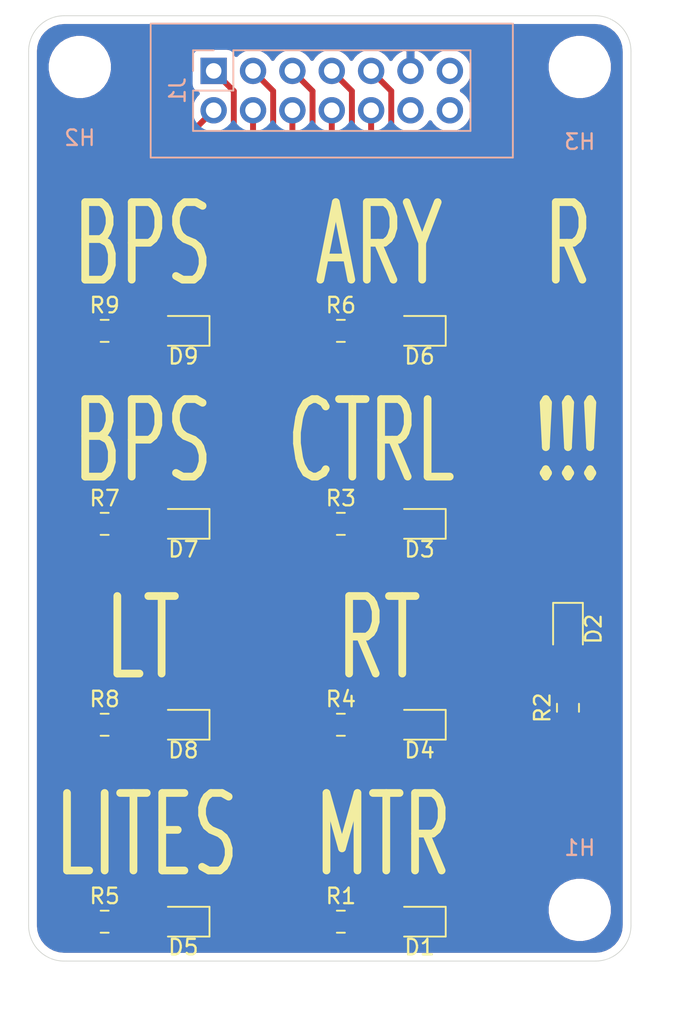
<source format=kicad_pcb>
(kicad_pcb (version 20171130) (host pcbnew 5.1.6-c6e7f7d~86~ubuntu20.04.1)

  (general
    (thickness 1.6)
    (drawings 22)
    (tracks 44)
    (zones 0)
    (modules 22)
    (nets 21)
  )

  (page A4)
  (layers
    (0 F.Cu signal)
    (31 B.Cu signal)
    (32 B.Adhes user)
    (33 F.Adhes user)
    (34 B.Paste user)
    (35 F.Paste user)
    (36 B.SilkS user)
    (37 F.SilkS user)
    (38 B.Mask user)
    (39 F.Mask user)
    (40 Dwgs.User user)
    (41 Cmts.User user)
    (42 Eco1.User user)
    (43 Eco2.User user)
    (44 Edge.Cuts user)
    (45 Margin user)
    (46 B.CrtYd user)
    (47 F.CrtYd user)
    (48 B.Fab user)
    (49 F.Fab user)
  )

  (setup
    (last_trace_width 0.381)
    (user_trace_width 0.381)
    (user_trace_width 0.5588)
    (user_trace_width 1)
    (user_trace_width 2)
    (trace_clearance 0.2)
    (zone_clearance 0.508)
    (zone_45_only no)
    (trace_min 0.2)
    (via_size 0.8)
    (via_drill 0.4)
    (via_min_size 0.4)
    (via_min_drill 0.3)
    (uvia_size 0.3)
    (uvia_drill 0.1)
    (uvias_allowed no)
    (uvia_min_size 0.2)
    (uvia_min_drill 0.1)
    (edge_width 0.05)
    (segment_width 0.2)
    (pcb_text_width 0.3)
    (pcb_text_size 1.5 1.5)
    (mod_edge_width 0.12)
    (mod_text_size 1 1)
    (mod_text_width 0.15)
    (pad_size 1.524 1.524)
    (pad_drill 0.762)
    (pad_to_mask_clearance 0.051)
    (solder_mask_min_width 0.25)
    (aux_axis_origin 0 0)
    (visible_elements FFFFFF7F)
    (pcbplotparams
      (layerselection 0x010fc_ffffffff)
      (usegerberextensions false)
      (usegerberattributes false)
      (usegerberadvancedattributes false)
      (creategerberjobfile false)
      (excludeedgelayer true)
      (linewidth 0.100000)
      (plotframeref false)
      (viasonmask false)
      (mode 1)
      (useauxorigin false)
      (hpglpennumber 1)
      (hpglpenspeed 20)
      (hpglpendiameter 15.000000)
      (psnegative false)
      (psa4output false)
      (plotreference true)
      (plotvalue true)
      (plotinvisibletext false)
      (padsonsilk false)
      (subtractmaskfromsilk false)
      (outputformat 1)
      (mirror false)
      (drillshape 1)
      (scaleselection 1)
      (outputdirectory ""))
  )

  (net 0 "")
  (net 1 "Net-(D1-Pad2)")
  (net 2 "Net-(D1-Pad1)")
  (net 3 "Net-(D2-Pad2)")
  (net 4 "Net-(D2-Pad1)")
  (net 5 "Net-(D3-Pad2)")
  (net 6 "Net-(D3-Pad1)")
  (net 7 "Net-(D4-Pad2)")
  (net 8 "Net-(D4-Pad1)")
  (net 9 "Net-(D5-Pad2)")
  (net 10 "Net-(D5-Pad1)")
  (net 11 "Net-(D6-Pad2)")
  (net 12 "Net-(D6-Pad1)")
  (net 13 "Net-(D7-Pad2)")
  (net 14 "Net-(D7-Pad1)")
  (net 15 "Net-(D8-Pad2)")
  (net 16 "Net-(D8-Pad1)")
  (net 17 "Net-(D9-Pad2)")
  (net 18 +3V3)
  (net 19 GNDPWR)
  (net 20 "Net-(J1-Pad2)")

  (net_class Default "This is the default net class."
    (clearance 0.2)
    (trace_width 0.25)
    (via_dia 0.8)
    (via_drill 0.4)
    (uvia_dia 0.3)
    (uvia_drill 0.1)
    (add_net +3V3)
    (add_net GNDPWR)
    (add_net "Net-(D1-Pad1)")
    (add_net "Net-(D1-Pad2)")
    (add_net "Net-(D2-Pad1)")
    (add_net "Net-(D2-Pad2)")
    (add_net "Net-(D3-Pad1)")
    (add_net "Net-(D3-Pad2)")
    (add_net "Net-(D4-Pad1)")
    (add_net "Net-(D4-Pad2)")
    (add_net "Net-(D5-Pad1)")
    (add_net "Net-(D5-Pad2)")
    (add_net "Net-(D6-Pad1)")
    (add_net "Net-(D6-Pad2)")
    (add_net "Net-(D7-Pad1)")
    (add_net "Net-(D7-Pad2)")
    (add_net "Net-(D8-Pad1)")
    (add_net "Net-(D8-Pad2)")
    (add_net "Net-(D9-Pad2)")
    (add_net "Net-(J1-Pad2)")
  )

  (module Connector_PinHeader_2.54mm:PinHeader_2x07_P2.54mm_Vertical (layer B.Cu) (tedit 59FED5CC) (tstamp 5EBB44CA)
    (at 138.43 66.294 270)
    (descr "Through hole straight pin header, 2x07, 2.54mm pitch, double rows")
    (tags "Through hole pin header THT 2x07 2.54mm double row")
    (path /606908C9)
    (fp_text reference J1 (at 1.27 2.33 90) (layer B.SilkS)
      (effects (font (size 1 1) (thickness 0.15)) (justify mirror))
    )
    (fp_text value Conn_01x11 (at 1.27 -17.57 90) (layer B.Fab)
      (effects (font (size 1 1) (thickness 0.15)) (justify mirror))
    )
    (fp_line (start 0 1.27) (end 3.81 1.27) (layer B.Fab) (width 0.1))
    (fp_line (start 3.81 1.27) (end 3.81 -16.51) (layer B.Fab) (width 0.1))
    (fp_line (start 3.81 -16.51) (end -1.27 -16.51) (layer B.Fab) (width 0.1))
    (fp_line (start -1.27 -16.51) (end -1.27 0) (layer B.Fab) (width 0.1))
    (fp_line (start -1.27 0) (end 0 1.27) (layer B.Fab) (width 0.1))
    (fp_line (start -1.33 -16.57) (end 3.87 -16.57) (layer B.SilkS) (width 0.12))
    (fp_line (start -1.33 -1.27) (end -1.33 -16.57) (layer B.SilkS) (width 0.12))
    (fp_line (start 3.87 1.33) (end 3.87 -16.57) (layer B.SilkS) (width 0.12))
    (fp_line (start -1.33 -1.27) (end 1.27 -1.27) (layer B.SilkS) (width 0.12))
    (fp_line (start 1.27 -1.27) (end 1.27 1.33) (layer B.SilkS) (width 0.12))
    (fp_line (start 1.27 1.33) (end 3.87 1.33) (layer B.SilkS) (width 0.12))
    (fp_line (start -1.33 0) (end -1.33 1.33) (layer B.SilkS) (width 0.12))
    (fp_line (start -1.33 1.33) (end 0 1.33) (layer B.SilkS) (width 0.12))
    (fp_line (start -1.8 1.8) (end -1.8 -17.05) (layer B.CrtYd) (width 0.05))
    (fp_line (start -1.8 -17.05) (end 4.35 -17.05) (layer B.CrtYd) (width 0.05))
    (fp_line (start 4.35 -17.05) (end 4.35 1.8) (layer B.CrtYd) (width 0.05))
    (fp_line (start 4.35 1.8) (end -1.8 1.8) (layer B.CrtYd) (width 0.05))
    (fp_text user %R (at 1.27 -7.62 180) (layer B.Fab)
      (effects (font (size 1 1) (thickness 0.15)) (justify mirror))
    )
    (pad 14 thru_hole oval (at 2.54 -15.24 270) (size 1.7 1.7) (drill 1) (layers *.Cu *.Mask))
    (pad 13 thru_hole oval (at 0 -15.24 270) (size 1.7 1.7) (drill 1) (layers *.Cu *.Mask))
    (pad 12 thru_hole oval (at 2.54 -12.7 270) (size 1.7 1.7) (drill 1) (layers *.Cu *.Mask))
    (pad 11 thru_hole oval (at 0 -12.7 270) (size 1.7 1.7) (drill 1) (layers *.Cu *.Mask)
      (net 18 +3V3))
    (pad 10 thru_hole oval (at 2.54 -10.16 270) (size 1.7 1.7) (drill 1) (layers *.Cu *.Mask)
      (net 2 "Net-(D1-Pad1)"))
    (pad 9 thru_hole oval (at 0 -10.16 270) (size 1.7 1.7) (drill 1) (layers *.Cu *.Mask)
      (net 4 "Net-(D2-Pad1)"))
    (pad 8 thru_hole oval (at 2.54 -7.62 270) (size 1.7 1.7) (drill 1) (layers *.Cu *.Mask)
      (net 6 "Net-(D3-Pad1)"))
    (pad 7 thru_hole oval (at 0 -7.62 270) (size 1.7 1.7) (drill 1) (layers *.Cu *.Mask)
      (net 8 "Net-(D4-Pad1)"))
    (pad 6 thru_hole oval (at 2.54 -5.08 270) (size 1.7 1.7) (drill 1) (layers *.Cu *.Mask)
      (net 10 "Net-(D5-Pad1)"))
    (pad 5 thru_hole oval (at 0 -5.08 270) (size 1.7 1.7) (drill 1) (layers *.Cu *.Mask)
      (net 12 "Net-(D6-Pad1)"))
    (pad 4 thru_hole oval (at 2.54 -2.54 270) (size 1.7 1.7) (drill 1) (layers *.Cu *.Mask)
      (net 14 "Net-(D7-Pad1)"))
    (pad 3 thru_hole oval (at 0 -2.54 270) (size 1.7 1.7) (drill 1) (layers *.Cu *.Mask)
      (net 16 "Net-(D8-Pad1)"))
    (pad 2 thru_hole oval (at 2.54 0 270) (size 1.7 1.7) (drill 1) (layers *.Cu *.Mask)
      (net 20 "Net-(J1-Pad2)"))
    (pad 1 thru_hole rect (at 0 0 270) (size 1.7 1.7) (drill 1) (layers *.Cu *.Mask)
      (net 19 GNDPWR))
    (model ${KISYS3DMOD}/Connector_PinHeader_2.54mm.3dshapes/PinHeader_2x07_P2.54mm_Vertical.wrl
      (at (xyz 0 0 0))
      (scale (xyz 1 1 1))
      (rotate (xyz 0 0 0))
    )
  )

  (module MountingHole:MountingHole_3mm (layer F.Cu) (tedit 56D1B4CB) (tstamp 5EBB8542)
    (at 162.052 66.04)
    (descr "Mounting Hole 3mm, no annular")
    (tags "mounting hole 3mm no annular")
    (path /606F547A)
    (attr virtual)
    (fp_text reference H3 (at 0 4.826) (layer B.SilkS)
      (effects (font (size 1 1) (thickness 0.15)) (justify mirror))
    )
    (fp_text value MountingHole (at 0 4) (layer F.Fab)
      (effects (font (size 1 1) (thickness 0.15)))
    )
    (fp_circle (center 0 0) (end 3 0) (layer Cmts.User) (width 0.15))
    (fp_circle (center 0 0) (end 3.25 0) (layer F.CrtYd) (width 0.05))
    (fp_text user %R (at 0.3 0) (layer F.Fab)
      (effects (font (size 1 1) (thickness 0.15)))
    )
    (pad 1 np_thru_hole circle (at 0 0) (size 3 3) (drill 3) (layers *.Cu *.Mask))
  )

  (module MountingHole:MountingHole_3mm (layer F.Cu) (tedit 56D1B4CB) (tstamp 5EBB9898)
    (at 129.794 66.04)
    (descr "Mounting Hole 3mm, no annular")
    (tags "mounting hole 3mm no annular")
    (path /606F581D)
    (attr virtual)
    (fp_text reference H2 (at 0 4.572) (layer B.SilkS)
      (effects (font (size 1 1) (thickness 0.15)) (justify mirror))
    )
    (fp_text value MountingHole (at 0 4) (layer F.Fab)
      (effects (font (size 1 1) (thickness 0.15)))
    )
    (fp_circle (center 0 0) (end 3 0) (layer Cmts.User) (width 0.15))
    (fp_circle (center 0 0) (end 3.25 0) (layer F.CrtYd) (width 0.05))
    (fp_text user %R (at 0.3 0) (layer F.Fab)
      (effects (font (size 1 1) (thickness 0.15)))
    )
    (pad 1 np_thru_hole circle (at 0 0) (size 3 3) (drill 3) (layers *.Cu *.Mask))
  )

  (module MountingHole:MountingHole_3mm (layer F.Cu) (tedit 56D1B4CB) (tstamp 5EBB84FC)
    (at 162.052 120.396)
    (descr "Mounting Hole 3mm, no annular")
    (tags "mounting hole 3mm no annular")
    (path /606F514F)
    (attr virtual)
    (fp_text reference H1 (at 0 -4) (layer B.SilkS)
      (effects (font (size 1 1) (thickness 0.15)) (justify mirror))
    )
    (fp_text value MountingHole (at 0 4) (layer F.Fab)
      (effects (font (size 1 1) (thickness 0.15)))
    )
    (fp_circle (center 0 0) (end 3 0) (layer Cmts.User) (width 0.15))
    (fp_circle (center 0 0) (end 3.25 0) (layer F.CrtYd) (width 0.05))
    (fp_text user %R (at 0.3 0) (layer F.Fab)
      (effects (font (size 1 1) (thickness 0.15)))
    )
    (pad 1 np_thru_hole circle (at 0 0) (size 3 3) (drill 3) (layers *.Cu *.Mask))
  )

  (module Resistor_SMD:R_0805_2012Metric (layer F.Cu) (tedit 5B36C52B) (tstamp 5EBB76DE)
    (at 131.3965 95.504)
    (descr "Resistor SMD 0805 (2012 Metric), square (rectangular) end terminal, IPC_7351 nominal, (Body size source: https://docs.google.com/spreadsheets/d/1BsfQQcO9C6DZCsRaXUlFlo91Tg2WpOkGARC1WS5S8t0/edit?usp=sharing), generated with kicad-footprint-generator")
    (tags resistor)
    (path /5EBC10A7)
    (attr smd)
    (fp_text reference R7 (at 0 -1.65) (layer F.SilkS)
      (effects (font (size 1 1) (thickness 0.15)))
    )
    (fp_text value 330R (at 0 1.65) (layer F.Fab)
      (effects (font (size 1 1) (thickness 0.15)))
    )
    (fp_line (start -1 0.6) (end -1 -0.6) (layer F.Fab) (width 0.1))
    (fp_line (start -1 -0.6) (end 1 -0.6) (layer F.Fab) (width 0.1))
    (fp_line (start 1 -0.6) (end 1 0.6) (layer F.Fab) (width 0.1))
    (fp_line (start 1 0.6) (end -1 0.6) (layer F.Fab) (width 0.1))
    (fp_line (start -0.258578 -0.71) (end 0.258578 -0.71) (layer F.SilkS) (width 0.12))
    (fp_line (start -0.258578 0.71) (end 0.258578 0.71) (layer F.SilkS) (width 0.12))
    (fp_line (start -1.68 0.95) (end -1.68 -0.95) (layer F.CrtYd) (width 0.05))
    (fp_line (start -1.68 -0.95) (end 1.68 -0.95) (layer F.CrtYd) (width 0.05))
    (fp_line (start 1.68 -0.95) (end 1.68 0.95) (layer F.CrtYd) (width 0.05))
    (fp_line (start 1.68 0.95) (end -1.68 0.95) (layer F.CrtYd) (width 0.05))
    (fp_text user %R (at 0 0) (layer F.Fab)
      (effects (font (size 0.5 0.5) (thickness 0.08)))
    )
    (pad 2 smd roundrect (at 0.9375 0) (size 0.975 1.4) (layers F.Cu F.Paste F.Mask) (roundrect_rratio 0.25)
      (net 13 "Net-(D7-Pad2)"))
    (pad 1 smd roundrect (at -0.9375 0) (size 0.975 1.4) (layers F.Cu F.Paste F.Mask) (roundrect_rratio 0.25)
      (net 18 +3V3))
    (model ${KISYS3DMOD}/Resistor_SMD.3dshapes/R_0805_2012Metric.wrl
      (at (xyz 0 0 0))
      (scale (xyz 1 1 1))
      (rotate (xyz 0 0 0))
    )
  )

  (module LED_SMD:LED_0805_2012Metric (layer F.Cu) (tedit 5B36C52C) (tstamp 5EBB7581)
    (at 136.4765 95.504 180)
    (descr "LED SMD 0805 (2012 Metric), square (rectangular) end terminal, IPC_7351 nominal, (Body size source: https://docs.google.com/spreadsheets/d/1BsfQQcO9C6DZCsRaXUlFlo91Tg2WpOkGARC1WS5S8t0/edit?usp=sharing), generated with kicad-footprint-generator")
    (tags diode)
    (path /606A26A8)
    (attr smd)
    (fp_text reference D7 (at 0 -1.65) (layer F.SilkS)
      (effects (font (size 1 1) (thickness 0.15)))
    )
    (fp_text value BPS_FAULT (at 0 1.65) (layer F.Fab)
      (effects (font (size 1 1) (thickness 0.15)))
    )
    (fp_line (start 1 -0.6) (end -0.7 -0.6) (layer F.Fab) (width 0.1))
    (fp_line (start -0.7 -0.6) (end -1 -0.3) (layer F.Fab) (width 0.1))
    (fp_line (start -1 -0.3) (end -1 0.6) (layer F.Fab) (width 0.1))
    (fp_line (start -1 0.6) (end 1 0.6) (layer F.Fab) (width 0.1))
    (fp_line (start 1 0.6) (end 1 -0.6) (layer F.Fab) (width 0.1))
    (fp_line (start 1 -0.96) (end -1.685 -0.96) (layer F.SilkS) (width 0.12))
    (fp_line (start -1.685 -0.96) (end -1.685 0.96) (layer F.SilkS) (width 0.12))
    (fp_line (start -1.685 0.96) (end 1 0.96) (layer F.SilkS) (width 0.12))
    (fp_line (start -1.68 0.95) (end -1.68 -0.95) (layer F.CrtYd) (width 0.05))
    (fp_line (start -1.68 -0.95) (end 1.68 -0.95) (layer F.CrtYd) (width 0.05))
    (fp_line (start 1.68 -0.95) (end 1.68 0.95) (layer F.CrtYd) (width 0.05))
    (fp_line (start 1.68 0.95) (end -1.68 0.95) (layer F.CrtYd) (width 0.05))
    (fp_text user %R (at 0 0) (layer F.Fab)
      (effects (font (size 0.5 0.5) (thickness 0.08)))
    )
    (pad 2 smd roundrect (at 0.9375 0 180) (size 0.975 1.4) (layers F.Cu F.Paste F.Mask) (roundrect_rratio 0.25)
      (net 13 "Net-(D7-Pad2)"))
    (pad 1 smd roundrect (at -0.9375 0 180) (size 0.975 1.4) (layers F.Cu F.Paste F.Mask) (roundrect_rratio 0.25)
      (net 14 "Net-(D7-Pad1)"))
    (model ${KISYS3DMOD}/LED_SMD.3dshapes/LED_0805_2012Metric.wrl
      (at (xyz 0 0 0))
      (scale (xyz 1 1 1))
      (rotate (xyz 0 0 0))
    )
  )

  (module Resistor_SMD:R_0805_2012Metric (layer F.Cu) (tedit 5B36C52B) (tstamp 5EDBFC99)
    (at 131.3965 83.058)
    (descr "Resistor SMD 0805 (2012 Metric), square (rectangular) end terminal, IPC_7351 nominal, (Body size source: https://docs.google.com/spreadsheets/d/1BsfQQcO9C6DZCsRaXUlFlo91Tg2WpOkGARC1WS5S8t0/edit?usp=sharing), generated with kicad-footprint-generator")
    (tags resistor)
    (path /5EBC1555)
    (attr smd)
    (fp_text reference R9 (at 0 -1.65) (layer F.SilkS)
      (effects (font (size 1 1) (thickness 0.15)))
    )
    (fp_text value 1.2k (at 0 1.65) (layer F.Fab)
      (effects (font (size 1 1) (thickness 0.15)))
    )
    (fp_line (start -1 0.6) (end -1 -0.6) (layer F.Fab) (width 0.1))
    (fp_line (start -1 -0.6) (end 1 -0.6) (layer F.Fab) (width 0.1))
    (fp_line (start 1 -0.6) (end 1 0.6) (layer F.Fab) (width 0.1))
    (fp_line (start 1 0.6) (end -1 0.6) (layer F.Fab) (width 0.1))
    (fp_line (start -0.258578 -0.71) (end 0.258578 -0.71) (layer F.SilkS) (width 0.12))
    (fp_line (start -0.258578 0.71) (end 0.258578 0.71) (layer F.SilkS) (width 0.12))
    (fp_line (start -1.68 0.95) (end -1.68 -0.95) (layer F.CrtYd) (width 0.05))
    (fp_line (start -1.68 -0.95) (end 1.68 -0.95) (layer F.CrtYd) (width 0.05))
    (fp_line (start 1.68 -0.95) (end 1.68 0.95) (layer F.CrtYd) (width 0.05))
    (fp_line (start 1.68 0.95) (end -1.68 0.95) (layer F.CrtYd) (width 0.05))
    (fp_text user %R (at 0 0) (layer F.Fab)
      (effects (font (size 0.5 0.5) (thickness 0.08)))
    )
    (pad 2 smd roundrect (at 0.9375 0) (size 0.975 1.4) (layers F.Cu F.Paste F.Mask) (roundrect_rratio 0.25)
      (net 17 "Net-(D9-Pad2)"))
    (pad 1 smd roundrect (at -0.9375 0) (size 0.975 1.4) (layers F.Cu F.Paste F.Mask) (roundrect_rratio 0.25)
      (net 20 "Net-(J1-Pad2)"))
    (model ${KISYS3DMOD}/Resistor_SMD.3dshapes/R_0805_2012Metric.wrl
      (at (xyz 0 0 0))
      (scale (xyz 1 1 1))
      (rotate (xyz 0 0 0))
    )
  )

  (module Resistor_SMD:R_0805_2012Metric (layer F.Cu) (tedit 5B36C52B) (tstamp 5EBB4552)
    (at 131.396499 108.458)
    (descr "Resistor SMD 0805 (2012 Metric), square (rectangular) end terminal, IPC_7351 nominal, (Body size source: https://docs.google.com/spreadsheets/d/1BsfQQcO9C6DZCsRaXUlFlo91Tg2WpOkGARC1WS5S8t0/edit?usp=sharing), generated with kicad-footprint-generator")
    (tags resistor)
    (path /5EBC12E9)
    (attr smd)
    (fp_text reference R8 (at 0 -1.65) (layer F.SilkS)
      (effects (font (size 1 1) (thickness 0.15)))
    )
    (fp_text value 330R (at 0 1.65) (layer F.Fab)
      (effects (font (size 1 1) (thickness 0.15)))
    )
    (fp_line (start -1 0.6) (end -1 -0.6) (layer F.Fab) (width 0.1))
    (fp_line (start -1 -0.6) (end 1 -0.6) (layer F.Fab) (width 0.1))
    (fp_line (start 1 -0.6) (end 1 0.6) (layer F.Fab) (width 0.1))
    (fp_line (start 1 0.6) (end -1 0.6) (layer F.Fab) (width 0.1))
    (fp_line (start -0.258578 -0.71) (end 0.258578 -0.71) (layer F.SilkS) (width 0.12))
    (fp_line (start -0.258578 0.71) (end 0.258578 0.71) (layer F.SilkS) (width 0.12))
    (fp_line (start -1.68 0.95) (end -1.68 -0.95) (layer F.CrtYd) (width 0.05))
    (fp_line (start -1.68 -0.95) (end 1.68 -0.95) (layer F.CrtYd) (width 0.05))
    (fp_line (start 1.68 -0.95) (end 1.68 0.95) (layer F.CrtYd) (width 0.05))
    (fp_line (start 1.68 0.95) (end -1.68 0.95) (layer F.CrtYd) (width 0.05))
    (fp_text user %R (at 0 0) (layer F.Fab)
      (effects (font (size 0.5 0.5) (thickness 0.08)))
    )
    (pad 2 smd roundrect (at 0.9375 0) (size 0.975 1.4) (layers F.Cu F.Paste F.Mask) (roundrect_rratio 0.25)
      (net 15 "Net-(D8-Pad2)"))
    (pad 1 smd roundrect (at -0.9375 0) (size 0.975 1.4) (layers F.Cu F.Paste F.Mask) (roundrect_rratio 0.25)
      (net 18 +3V3))
    (model ${KISYS3DMOD}/Resistor_SMD.3dshapes/R_0805_2012Metric.wrl
      (at (xyz 0 0 0))
      (scale (xyz 1 1 1))
      (rotate (xyz 0 0 0))
    )
  )

  (module Resistor_SMD:R_0805_2012Metric (layer F.Cu) (tedit 5B36C52B) (tstamp 5EBB7A83)
    (at 146.636499 83.058)
    (descr "Resistor SMD 0805 (2012 Metric), square (rectangular) end terminal, IPC_7351 nominal, (Body size source: https://docs.google.com/spreadsheets/d/1BsfQQcO9C6DZCsRaXUlFlo91Tg2WpOkGARC1WS5S8t0/edit?usp=sharing), generated with kicad-footprint-generator")
    (tags resistor)
    (path /5EBC0D83)
    (attr smd)
    (fp_text reference R6 (at 0 -1.65) (layer F.SilkS)
      (effects (font (size 1 1) (thickness 0.15)))
    )
    (fp_text value 330R (at 0 1.65) (layer F.Fab)
      (effects (font (size 1 1) (thickness 0.15)))
    )
    (fp_line (start -1 0.6) (end -1 -0.6) (layer F.Fab) (width 0.1))
    (fp_line (start -1 -0.6) (end 1 -0.6) (layer F.Fab) (width 0.1))
    (fp_line (start 1 -0.6) (end 1 0.6) (layer F.Fab) (width 0.1))
    (fp_line (start 1 0.6) (end -1 0.6) (layer F.Fab) (width 0.1))
    (fp_line (start -0.258578 -0.71) (end 0.258578 -0.71) (layer F.SilkS) (width 0.12))
    (fp_line (start -0.258578 0.71) (end 0.258578 0.71) (layer F.SilkS) (width 0.12))
    (fp_line (start -1.68 0.95) (end -1.68 -0.95) (layer F.CrtYd) (width 0.05))
    (fp_line (start -1.68 -0.95) (end 1.68 -0.95) (layer F.CrtYd) (width 0.05))
    (fp_line (start 1.68 -0.95) (end 1.68 0.95) (layer F.CrtYd) (width 0.05))
    (fp_line (start 1.68 0.95) (end -1.68 0.95) (layer F.CrtYd) (width 0.05))
    (fp_text user %R (at 0 0) (layer F.Fab)
      (effects (font (size 0.5 0.5) (thickness 0.08)))
    )
    (pad 2 smd roundrect (at 0.9375 0) (size 0.975 1.4) (layers F.Cu F.Paste F.Mask) (roundrect_rratio 0.25)
      (net 11 "Net-(D6-Pad2)"))
    (pad 1 smd roundrect (at -0.9375 0) (size 0.975 1.4) (layers F.Cu F.Paste F.Mask) (roundrect_rratio 0.25)
      (net 18 +3V3))
    (model ${KISYS3DMOD}/Resistor_SMD.3dshapes/R_0805_2012Metric.wrl
      (at (xyz 0 0 0))
      (scale (xyz 1 1 1))
      (rotate (xyz 0 0 0))
    )
  )

  (module Resistor_SMD:R_0805_2012Metric (layer F.Cu) (tedit 5B36C52B) (tstamp 5EBB9AEC)
    (at 131.3965 121.158)
    (descr "Resistor SMD 0805 (2012 Metric), square (rectangular) end terminal, IPC_7351 nominal, (Body size source: https://docs.google.com/spreadsheets/d/1BsfQQcO9C6DZCsRaXUlFlo91Tg2WpOkGARC1WS5S8t0/edit?usp=sharing), generated with kicad-footprint-generator")
    (tags resistor)
    (path /5EBBF2EB)
    (attr smd)
    (fp_text reference R5 (at 0 -1.65) (layer F.SilkS)
      (effects (font (size 1 1) (thickness 0.15)))
    )
    (fp_text value 330R (at 0 1.65) (layer F.Fab)
      (effects (font (size 1 1) (thickness 0.15)))
    )
    (fp_line (start -1 0.6) (end -1 -0.6) (layer F.Fab) (width 0.1))
    (fp_line (start -1 -0.6) (end 1 -0.6) (layer F.Fab) (width 0.1))
    (fp_line (start 1 -0.6) (end 1 0.6) (layer F.Fab) (width 0.1))
    (fp_line (start 1 0.6) (end -1 0.6) (layer F.Fab) (width 0.1))
    (fp_line (start -0.258578 -0.71) (end 0.258578 -0.71) (layer F.SilkS) (width 0.12))
    (fp_line (start -0.258578 0.71) (end 0.258578 0.71) (layer F.SilkS) (width 0.12))
    (fp_line (start -1.68 0.95) (end -1.68 -0.95) (layer F.CrtYd) (width 0.05))
    (fp_line (start -1.68 -0.95) (end 1.68 -0.95) (layer F.CrtYd) (width 0.05))
    (fp_line (start 1.68 -0.95) (end 1.68 0.95) (layer F.CrtYd) (width 0.05))
    (fp_line (start 1.68 0.95) (end -1.68 0.95) (layer F.CrtYd) (width 0.05))
    (fp_text user %R (at 0 0) (layer F.Fab)
      (effects (font (size 0.5 0.5) (thickness 0.08)))
    )
    (pad 2 smd roundrect (at 0.9375 0) (size 0.975 1.4) (layers F.Cu F.Paste F.Mask) (roundrect_rratio 0.25)
      (net 9 "Net-(D5-Pad2)"))
    (pad 1 smd roundrect (at -0.9375 0) (size 0.975 1.4) (layers F.Cu F.Paste F.Mask) (roundrect_rratio 0.25)
      (net 18 +3V3))
    (model ${KISYS3DMOD}/Resistor_SMD.3dshapes/R_0805_2012Metric.wrl
      (at (xyz 0 0 0))
      (scale (xyz 1 1 1))
      (rotate (xyz 0 0 0))
    )
  )

  (module Resistor_SMD:R_0805_2012Metric (layer F.Cu) (tedit 5B36C52B) (tstamp 5EBB450E)
    (at 146.636499 108.458)
    (descr "Resistor SMD 0805 (2012 Metric), square (rectangular) end terminal, IPC_7351 nominal, (Body size source: https://docs.google.com/spreadsheets/d/1BsfQQcO9C6DZCsRaXUlFlo91Tg2WpOkGARC1WS5S8t0/edit?usp=sharing), generated with kicad-footprint-generator")
    (tags resistor)
    (path /5EBBF050)
    (attr smd)
    (fp_text reference R4 (at 0 -1.65) (layer F.SilkS)
      (effects (font (size 1 1) (thickness 0.15)))
    )
    (fp_text value 330R (at 0 1.65) (layer F.Fab)
      (effects (font (size 1 1) (thickness 0.15)))
    )
    (fp_line (start -1 0.6) (end -1 -0.6) (layer F.Fab) (width 0.1))
    (fp_line (start -1 -0.6) (end 1 -0.6) (layer F.Fab) (width 0.1))
    (fp_line (start 1 -0.6) (end 1 0.6) (layer F.Fab) (width 0.1))
    (fp_line (start 1 0.6) (end -1 0.6) (layer F.Fab) (width 0.1))
    (fp_line (start -0.258578 -0.71) (end 0.258578 -0.71) (layer F.SilkS) (width 0.12))
    (fp_line (start -0.258578 0.71) (end 0.258578 0.71) (layer F.SilkS) (width 0.12))
    (fp_line (start -1.68 0.95) (end -1.68 -0.95) (layer F.CrtYd) (width 0.05))
    (fp_line (start -1.68 -0.95) (end 1.68 -0.95) (layer F.CrtYd) (width 0.05))
    (fp_line (start 1.68 -0.95) (end 1.68 0.95) (layer F.CrtYd) (width 0.05))
    (fp_line (start 1.68 0.95) (end -1.68 0.95) (layer F.CrtYd) (width 0.05))
    (fp_text user %R (at 0 0) (layer F.Fab)
      (effects (font (size 0.5 0.5) (thickness 0.08)))
    )
    (pad 2 smd roundrect (at 0.9375 0) (size 0.975 1.4) (layers F.Cu F.Paste F.Mask) (roundrect_rratio 0.25)
      (net 7 "Net-(D4-Pad2)"))
    (pad 1 smd roundrect (at -0.9375 0) (size 0.975 1.4) (layers F.Cu F.Paste F.Mask) (roundrect_rratio 0.25)
      (net 18 +3V3))
    (model ${KISYS3DMOD}/Resistor_SMD.3dshapes/R_0805_2012Metric.wrl
      (at (xyz 0 0 0))
      (scale (xyz 1 1 1))
      (rotate (xyz 0 0 0))
    )
  )

  (module Resistor_SMD:R_0805_2012Metric (layer F.Cu) (tedit 5B36C52B) (tstamp 5EBB44FD)
    (at 146.6365 95.504)
    (descr "Resistor SMD 0805 (2012 Metric), square (rectangular) end terminal, IPC_7351 nominal, (Body size source: https://docs.google.com/spreadsheets/d/1BsfQQcO9C6DZCsRaXUlFlo91Tg2WpOkGARC1WS5S8t0/edit?usp=sharing), generated with kicad-footprint-generator")
    (tags resistor)
    (path /5EBBED44)
    (attr smd)
    (fp_text reference R3 (at 0 -1.65) (layer F.SilkS)
      (effects (font (size 1 1) (thickness 0.15)))
    )
    (fp_text value 330R (at 0 1.65) (layer F.Fab)
      (effects (font (size 1 1) (thickness 0.15)))
    )
    (fp_line (start -1 0.6) (end -1 -0.6) (layer F.Fab) (width 0.1))
    (fp_line (start -1 -0.6) (end 1 -0.6) (layer F.Fab) (width 0.1))
    (fp_line (start 1 -0.6) (end 1 0.6) (layer F.Fab) (width 0.1))
    (fp_line (start 1 0.6) (end -1 0.6) (layer F.Fab) (width 0.1))
    (fp_line (start -0.258578 -0.71) (end 0.258578 -0.71) (layer F.SilkS) (width 0.12))
    (fp_line (start -0.258578 0.71) (end 0.258578 0.71) (layer F.SilkS) (width 0.12))
    (fp_line (start -1.68 0.95) (end -1.68 -0.95) (layer F.CrtYd) (width 0.05))
    (fp_line (start -1.68 -0.95) (end 1.68 -0.95) (layer F.CrtYd) (width 0.05))
    (fp_line (start 1.68 -0.95) (end 1.68 0.95) (layer F.CrtYd) (width 0.05))
    (fp_line (start 1.68 0.95) (end -1.68 0.95) (layer F.CrtYd) (width 0.05))
    (fp_text user %R (at 0 0) (layer F.Fab)
      (effects (font (size 0.5 0.5) (thickness 0.08)))
    )
    (pad 2 smd roundrect (at 0.9375 0) (size 0.975 1.4) (layers F.Cu F.Paste F.Mask) (roundrect_rratio 0.25)
      (net 5 "Net-(D3-Pad2)"))
    (pad 1 smd roundrect (at -0.9375 0) (size 0.975 1.4) (layers F.Cu F.Paste F.Mask) (roundrect_rratio 0.25)
      (net 18 +3V3))
    (model ${KISYS3DMOD}/Resistor_SMD.3dshapes/R_0805_2012Metric.wrl
      (at (xyz 0 0 0))
      (scale (xyz 1 1 1))
      (rotate (xyz 0 0 0))
    )
  )

  (module Resistor_SMD:R_0805_2012Metric (layer F.Cu) (tedit 5B36C52B) (tstamp 5EBB44EC)
    (at 161.29 107.3635 90)
    (descr "Resistor SMD 0805 (2012 Metric), square (rectangular) end terminal, IPC_7351 nominal, (Body size source: https://docs.google.com/spreadsheets/d/1BsfQQcO9C6DZCsRaXUlFlo91Tg2WpOkGARC1WS5S8t0/edit?usp=sharing), generated with kicad-footprint-generator")
    (tags resistor)
    (path /5EBBEA71)
    (attr smd)
    (fp_text reference R2 (at 0 -1.65 90) (layer F.SilkS)
      (effects (font (size 1 1) (thickness 0.15)))
    )
    (fp_text value 330R (at 0 1.65 90) (layer F.Fab)
      (effects (font (size 1 1) (thickness 0.15)))
    )
    (fp_line (start -1 0.6) (end -1 -0.6) (layer F.Fab) (width 0.1))
    (fp_line (start -1 -0.6) (end 1 -0.6) (layer F.Fab) (width 0.1))
    (fp_line (start 1 -0.6) (end 1 0.6) (layer F.Fab) (width 0.1))
    (fp_line (start 1 0.6) (end -1 0.6) (layer F.Fab) (width 0.1))
    (fp_line (start -0.258578 -0.71) (end 0.258578 -0.71) (layer F.SilkS) (width 0.12))
    (fp_line (start -0.258578 0.71) (end 0.258578 0.71) (layer F.SilkS) (width 0.12))
    (fp_line (start -1.68 0.95) (end -1.68 -0.95) (layer F.CrtYd) (width 0.05))
    (fp_line (start -1.68 -0.95) (end 1.68 -0.95) (layer F.CrtYd) (width 0.05))
    (fp_line (start 1.68 -0.95) (end 1.68 0.95) (layer F.CrtYd) (width 0.05))
    (fp_line (start 1.68 0.95) (end -1.68 0.95) (layer F.CrtYd) (width 0.05))
    (fp_text user %R (at 0 0 90) (layer F.Fab)
      (effects (font (size 0.5 0.5) (thickness 0.08)))
    )
    (pad 2 smd roundrect (at 0.9375 0 90) (size 0.975 1.4) (layers F.Cu F.Paste F.Mask) (roundrect_rratio 0.25)
      (net 3 "Net-(D2-Pad2)"))
    (pad 1 smd roundrect (at -0.9375 0 90) (size 0.975 1.4) (layers F.Cu F.Paste F.Mask) (roundrect_rratio 0.25)
      (net 18 +3V3))
    (model ${KISYS3DMOD}/Resistor_SMD.3dshapes/R_0805_2012Metric.wrl
      (at (xyz 0 0 0))
      (scale (xyz 1 1 1))
      (rotate (xyz 0 0 0))
    )
  )

  (module Resistor_SMD:R_0805_2012Metric (layer F.Cu) (tedit 5B36C52B) (tstamp 5EBB684C)
    (at 146.6365 121.158)
    (descr "Resistor SMD 0805 (2012 Metric), square (rectangular) end terminal, IPC_7351 nominal, (Body size source: https://docs.google.com/spreadsheets/d/1BsfQQcO9C6DZCsRaXUlFlo91Tg2WpOkGARC1WS5S8t0/edit?usp=sharing), generated with kicad-footprint-generator")
    (tags resistor)
    (path /6069787A)
    (attr smd)
    (fp_text reference R1 (at 0 -1.65) (layer F.SilkS)
      (effects (font (size 1 1) (thickness 0.15)))
    )
    (fp_text value 330R (at 0 1.65) (layer F.Fab)
      (effects (font (size 1 1) (thickness 0.15)))
    )
    (fp_line (start -1 0.6) (end -1 -0.6) (layer F.Fab) (width 0.1))
    (fp_line (start -1 -0.6) (end 1 -0.6) (layer F.Fab) (width 0.1))
    (fp_line (start 1 -0.6) (end 1 0.6) (layer F.Fab) (width 0.1))
    (fp_line (start 1 0.6) (end -1 0.6) (layer F.Fab) (width 0.1))
    (fp_line (start -0.258578 -0.71) (end 0.258578 -0.71) (layer F.SilkS) (width 0.12))
    (fp_line (start -0.258578 0.71) (end 0.258578 0.71) (layer F.SilkS) (width 0.12))
    (fp_line (start -1.68 0.95) (end -1.68 -0.95) (layer F.CrtYd) (width 0.05))
    (fp_line (start -1.68 -0.95) (end 1.68 -0.95) (layer F.CrtYd) (width 0.05))
    (fp_line (start 1.68 -0.95) (end 1.68 0.95) (layer F.CrtYd) (width 0.05))
    (fp_line (start 1.68 0.95) (end -1.68 0.95) (layer F.CrtYd) (width 0.05))
    (fp_text user %R (at 0 0) (layer F.Fab)
      (effects (font (size 0.5 0.5) (thickness 0.08)))
    )
    (pad 2 smd roundrect (at 0.9375 0) (size 0.975 1.4) (layers F.Cu F.Paste F.Mask) (roundrect_rratio 0.25)
      (net 1 "Net-(D1-Pad2)"))
    (pad 1 smd roundrect (at -0.9375 0) (size 0.975 1.4) (layers F.Cu F.Paste F.Mask) (roundrect_rratio 0.25)
      (net 18 +3V3))
    (model ${KISYS3DMOD}/Resistor_SMD.3dshapes/R_0805_2012Metric.wrl
      (at (xyz 0 0 0))
      (scale (xyz 1 1 1))
      (rotate (xyz 0 0 0))
    )
  )

  (module LED_SMD:LED_0805_2012Metric (layer F.Cu) (tedit 5B36C52C) (tstamp 5EBB4422)
    (at 136.4765 83.058 180)
    (descr "LED SMD 0805 (2012 Metric), square (rectangular) end terminal, IPC_7351 nominal, (Body size source: https://docs.google.com/spreadsheets/d/1BsfQQcO9C6DZCsRaXUlFlo91Tg2WpOkGARC1WS5S8t0/edit?usp=sharing), generated with kicad-footprint-generator")
    (tags diode)
    (path /606A6A1B)
    (attr smd)
    (fp_text reference D9 (at 0 -1.65) (layer F.SilkS)
      (effects (font (size 1 1) (thickness 0.15)))
    )
    (fp_text value BPS_R (at 0 1.65) (layer F.Fab)
      (effects (font (size 1 1) (thickness 0.15)))
    )
    (fp_line (start 1 -0.6) (end -0.7 -0.6) (layer F.Fab) (width 0.1))
    (fp_line (start -0.7 -0.6) (end -1 -0.3) (layer F.Fab) (width 0.1))
    (fp_line (start -1 -0.3) (end -1 0.6) (layer F.Fab) (width 0.1))
    (fp_line (start -1 0.6) (end 1 0.6) (layer F.Fab) (width 0.1))
    (fp_line (start 1 0.6) (end 1 -0.6) (layer F.Fab) (width 0.1))
    (fp_line (start 1 -0.96) (end -1.685 -0.96) (layer F.SilkS) (width 0.12))
    (fp_line (start -1.685 -0.96) (end -1.685 0.96) (layer F.SilkS) (width 0.12))
    (fp_line (start -1.685 0.96) (end 1 0.96) (layer F.SilkS) (width 0.12))
    (fp_line (start -1.68 0.95) (end -1.68 -0.95) (layer F.CrtYd) (width 0.05))
    (fp_line (start -1.68 -0.95) (end 1.68 -0.95) (layer F.CrtYd) (width 0.05))
    (fp_line (start 1.68 -0.95) (end 1.68 0.95) (layer F.CrtYd) (width 0.05))
    (fp_line (start 1.68 0.95) (end -1.68 0.95) (layer F.CrtYd) (width 0.05))
    (fp_text user %R (at 0 0) (layer F.Fab)
      (effects (font (size 0.5 0.5) (thickness 0.08)))
    )
    (pad 2 smd roundrect (at 0.9375 0 180) (size 0.975 1.4) (layers F.Cu F.Paste F.Mask) (roundrect_rratio 0.25)
      (net 17 "Net-(D9-Pad2)"))
    (pad 1 smd roundrect (at -0.9375 0 180) (size 0.975 1.4) (layers F.Cu F.Paste F.Mask) (roundrect_rratio 0.25)
      (net 19 GNDPWR))
    (model ${KISYS3DMOD}/LED_SMD.3dshapes/LED_0805_2012Metric.wrl
      (at (xyz 0 0 0))
      (scale (xyz 1 1 1))
      (rotate (xyz 0 0 0))
    )
  )

  (module LED_SMD:LED_0805_2012Metric (layer F.Cu) (tedit 5B36C52C) (tstamp 5EBB440F)
    (at 136.476499 108.458 180)
    (descr "LED SMD 0805 (2012 Metric), square (rectangular) end terminal, IPC_7351 nominal, (Body size source: https://docs.google.com/spreadsheets/d/1BsfQQcO9C6DZCsRaXUlFlo91Tg2WpOkGARC1WS5S8t0/edit?usp=sharing), generated with kicad-footprint-generator")
    (tags diode)
    (path /606A3EC7)
    (attr smd)
    (fp_text reference D8 (at 0 -1.65) (layer F.SilkS)
      (effects (font (size 1 1) (thickness 0.15)))
    )
    (fp_text value LT (at 0 1.65) (layer F.Fab)
      (effects (font (size 1 1) (thickness 0.15)))
    )
    (fp_line (start 1 -0.6) (end -0.7 -0.6) (layer F.Fab) (width 0.1))
    (fp_line (start -0.7 -0.6) (end -1 -0.3) (layer F.Fab) (width 0.1))
    (fp_line (start -1 -0.3) (end -1 0.6) (layer F.Fab) (width 0.1))
    (fp_line (start -1 0.6) (end 1 0.6) (layer F.Fab) (width 0.1))
    (fp_line (start 1 0.6) (end 1 -0.6) (layer F.Fab) (width 0.1))
    (fp_line (start 1 -0.96) (end -1.685 -0.96) (layer F.SilkS) (width 0.12))
    (fp_line (start -1.685 -0.96) (end -1.685 0.96) (layer F.SilkS) (width 0.12))
    (fp_line (start -1.685 0.96) (end 1 0.96) (layer F.SilkS) (width 0.12))
    (fp_line (start -1.68 0.95) (end -1.68 -0.95) (layer F.CrtYd) (width 0.05))
    (fp_line (start -1.68 -0.95) (end 1.68 -0.95) (layer F.CrtYd) (width 0.05))
    (fp_line (start 1.68 -0.95) (end 1.68 0.95) (layer F.CrtYd) (width 0.05))
    (fp_line (start 1.68 0.95) (end -1.68 0.95) (layer F.CrtYd) (width 0.05))
    (fp_text user %R (at 0 0) (layer F.Fab)
      (effects (font (size 0.5 0.5) (thickness 0.08)))
    )
    (pad 2 smd roundrect (at 0.9375 0 180) (size 0.975 1.4) (layers F.Cu F.Paste F.Mask) (roundrect_rratio 0.25)
      (net 15 "Net-(D8-Pad2)"))
    (pad 1 smd roundrect (at -0.9375 0 180) (size 0.975 1.4) (layers F.Cu F.Paste F.Mask) (roundrect_rratio 0.25)
      (net 16 "Net-(D8-Pad1)"))
    (model ${KISYS3DMOD}/LED_SMD.3dshapes/LED_0805_2012Metric.wrl
      (at (xyz 0 0 0))
      (scale (xyz 1 1 1))
      (rotate (xyz 0 0 0))
    )
  )

  (module LED_SMD:LED_0805_2012Metric (layer F.Cu) (tedit 5B36C52C) (tstamp 5EBB7BE9)
    (at 151.716499 83.058 180)
    (descr "LED SMD 0805 (2012 Metric), square (rectangular) end terminal, IPC_7351 nominal, (Body size source: https://docs.google.com/spreadsheets/d/1BsfQQcO9C6DZCsRaXUlFlo91Tg2WpOkGARC1WS5S8t0/edit?usp=sharing), generated with kicad-footprint-generator")
    (tags diode)
    (path /606A1346)
    (attr smd)
    (fp_text reference D6 (at 0 -1.65) (layer F.SilkS)
      (effects (font (size 1 1) (thickness 0.15)))
    )
    (fp_text value ARRAY_R (at 0 1.65) (layer F.Fab)
      (effects (font (size 1 1) (thickness 0.15)))
    )
    (fp_line (start 1 -0.6) (end -0.7 -0.6) (layer F.Fab) (width 0.1))
    (fp_line (start -0.7 -0.6) (end -1 -0.3) (layer F.Fab) (width 0.1))
    (fp_line (start -1 -0.3) (end -1 0.6) (layer F.Fab) (width 0.1))
    (fp_line (start -1 0.6) (end 1 0.6) (layer F.Fab) (width 0.1))
    (fp_line (start 1 0.6) (end 1 -0.6) (layer F.Fab) (width 0.1))
    (fp_line (start 1 -0.96) (end -1.685 -0.96) (layer F.SilkS) (width 0.12))
    (fp_line (start -1.685 -0.96) (end -1.685 0.96) (layer F.SilkS) (width 0.12))
    (fp_line (start -1.685 0.96) (end 1 0.96) (layer F.SilkS) (width 0.12))
    (fp_line (start -1.68 0.95) (end -1.68 -0.95) (layer F.CrtYd) (width 0.05))
    (fp_line (start -1.68 -0.95) (end 1.68 -0.95) (layer F.CrtYd) (width 0.05))
    (fp_line (start 1.68 -0.95) (end 1.68 0.95) (layer F.CrtYd) (width 0.05))
    (fp_line (start 1.68 0.95) (end -1.68 0.95) (layer F.CrtYd) (width 0.05))
    (fp_text user %R (at 0 0) (layer F.Fab)
      (effects (font (size 0.5 0.5) (thickness 0.08)))
    )
    (pad 2 smd roundrect (at 0.9375 0 180) (size 0.975 1.4) (layers F.Cu F.Paste F.Mask) (roundrect_rratio 0.25)
      (net 11 "Net-(D6-Pad2)"))
    (pad 1 smd roundrect (at -0.9375 0 180) (size 0.975 1.4) (layers F.Cu F.Paste F.Mask) (roundrect_rratio 0.25)
      (net 12 "Net-(D6-Pad1)"))
    (model ${KISYS3DMOD}/LED_SMD.3dshapes/LED_0805_2012Metric.wrl
      (at (xyz 0 0 0))
      (scale (xyz 1 1 1))
      (rotate (xyz 0 0 0))
    )
  )

  (module LED_SMD:LED_0805_2012Metric (layer F.Cu) (tedit 5B36C52C) (tstamp 5EBB9B1E)
    (at 136.4765 121.158 180)
    (descr "LED SMD 0805 (2012 Metric), square (rectangular) end terminal, IPC_7351 nominal, (Body size source: https://docs.google.com/spreadsheets/d/1BsfQQcO9C6DZCsRaXUlFlo91Tg2WpOkGARC1WS5S8t0/edit?usp=sharing), generated with kicad-footprint-generator")
    (tags diode)
    (path /6069FA0F)
    (attr smd)
    (fp_text reference D5 (at 0 -1.65) (layer F.SilkS)
      (effects (font (size 1 1) (thickness 0.15)))
    )
    (fp_text value LIGHTS (at 0 1.65) (layer F.Fab)
      (effects (font (size 1 1) (thickness 0.15)))
    )
    (fp_line (start 1 -0.6) (end -0.7 -0.6) (layer F.Fab) (width 0.1))
    (fp_line (start -0.7 -0.6) (end -1 -0.3) (layer F.Fab) (width 0.1))
    (fp_line (start -1 -0.3) (end -1 0.6) (layer F.Fab) (width 0.1))
    (fp_line (start -1 0.6) (end 1 0.6) (layer F.Fab) (width 0.1))
    (fp_line (start 1 0.6) (end 1 -0.6) (layer F.Fab) (width 0.1))
    (fp_line (start 1 -0.96) (end -1.685 -0.96) (layer F.SilkS) (width 0.12))
    (fp_line (start -1.685 -0.96) (end -1.685 0.96) (layer F.SilkS) (width 0.12))
    (fp_line (start -1.685 0.96) (end 1 0.96) (layer F.SilkS) (width 0.12))
    (fp_line (start -1.68 0.95) (end -1.68 -0.95) (layer F.CrtYd) (width 0.05))
    (fp_line (start -1.68 -0.95) (end 1.68 -0.95) (layer F.CrtYd) (width 0.05))
    (fp_line (start 1.68 -0.95) (end 1.68 0.95) (layer F.CrtYd) (width 0.05))
    (fp_line (start 1.68 0.95) (end -1.68 0.95) (layer F.CrtYd) (width 0.05))
    (fp_text user %R (at 0 0) (layer F.Fab)
      (effects (font (size 0.5 0.5) (thickness 0.08)))
    )
    (pad 2 smd roundrect (at 0.9375 0 180) (size 0.975 1.4) (layers F.Cu F.Paste F.Mask) (roundrect_rratio 0.25)
      (net 9 "Net-(D5-Pad2)"))
    (pad 1 smd roundrect (at -0.9375 0 180) (size 0.975 1.4) (layers F.Cu F.Paste F.Mask) (roundrect_rratio 0.25)
      (net 10 "Net-(D5-Pad1)"))
    (model ${KISYS3DMOD}/LED_SMD.3dshapes/LED_0805_2012Metric.wrl
      (at (xyz 0 0 0))
      (scale (xyz 1 1 1))
      (rotate (xyz 0 0 0))
    )
  )

  (module LED_SMD:LED_0805_2012Metric (layer F.Cu) (tedit 5B36C52C) (tstamp 5EBB43C3)
    (at 151.716499 108.458 180)
    (descr "LED SMD 0805 (2012 Metric), square (rectangular) end terminal, IPC_7351 nominal, (Body size source: https://docs.google.com/spreadsheets/d/1BsfQQcO9C6DZCsRaXUlFlo91Tg2WpOkGARC1WS5S8t0/edit?usp=sharing), generated with kicad-footprint-generator")
    (tags diode)
    (path /6069EC4B)
    (attr smd)
    (fp_text reference D4 (at 0 -1.65) (layer F.SilkS)
      (effects (font (size 1 1) (thickness 0.15)))
    )
    (fp_text value RT (at 0 1.65) (layer F.Fab)
      (effects (font (size 1 1) (thickness 0.15)))
    )
    (fp_line (start 1 -0.6) (end -0.7 -0.6) (layer F.Fab) (width 0.1))
    (fp_line (start -0.7 -0.6) (end -1 -0.3) (layer F.Fab) (width 0.1))
    (fp_line (start -1 -0.3) (end -1 0.6) (layer F.Fab) (width 0.1))
    (fp_line (start -1 0.6) (end 1 0.6) (layer F.Fab) (width 0.1))
    (fp_line (start 1 0.6) (end 1 -0.6) (layer F.Fab) (width 0.1))
    (fp_line (start 1 -0.96) (end -1.685 -0.96) (layer F.SilkS) (width 0.12))
    (fp_line (start -1.685 -0.96) (end -1.685 0.96) (layer F.SilkS) (width 0.12))
    (fp_line (start -1.685 0.96) (end 1 0.96) (layer F.SilkS) (width 0.12))
    (fp_line (start -1.68 0.95) (end -1.68 -0.95) (layer F.CrtYd) (width 0.05))
    (fp_line (start -1.68 -0.95) (end 1.68 -0.95) (layer F.CrtYd) (width 0.05))
    (fp_line (start 1.68 -0.95) (end 1.68 0.95) (layer F.CrtYd) (width 0.05))
    (fp_line (start 1.68 0.95) (end -1.68 0.95) (layer F.CrtYd) (width 0.05))
    (fp_text user %R (at 0 0) (layer F.Fab)
      (effects (font (size 0.5 0.5) (thickness 0.08)))
    )
    (pad 2 smd roundrect (at 0.9375 0 180) (size 0.975 1.4) (layers F.Cu F.Paste F.Mask) (roundrect_rratio 0.25)
      (net 7 "Net-(D4-Pad2)"))
    (pad 1 smd roundrect (at -0.9375 0 180) (size 0.975 1.4) (layers F.Cu F.Paste F.Mask) (roundrect_rratio 0.25)
      (net 8 "Net-(D4-Pad1)"))
    (model ${KISYS3DMOD}/LED_SMD.3dshapes/LED_0805_2012Metric.wrl
      (at (xyz 0 0 0))
      (scale (xyz 1 1 1))
      (rotate (xyz 0 0 0))
    )
  )

  (module LED_SMD:LED_0805_2012Metric (layer F.Cu) (tedit 5B36C52C) (tstamp 5EBB43B0)
    (at 151.7165 95.504 180)
    (descr "LED SMD 0805 (2012 Metric), square (rectangular) end terminal, IPC_7351 nominal, (Body size source: https://docs.google.com/spreadsheets/d/1BsfQQcO9C6DZCsRaXUlFlo91Tg2WpOkGARC1WS5S8t0/edit?usp=sharing), generated with kicad-footprint-generator")
    (tags diode)
    (path /6069DFBE)
    (attr smd)
    (fp_text reference D3 (at 0 -1.65) (layer F.SilkS)
      (effects (font (size 1 1) (thickness 0.15)))
    )
    (fp_text value CTRL_FAULT (at 0 1.65) (layer F.Fab)
      (effects (font (size 1 1) (thickness 0.15)))
    )
    (fp_line (start 1 -0.6) (end -0.7 -0.6) (layer F.Fab) (width 0.1))
    (fp_line (start -0.7 -0.6) (end -1 -0.3) (layer F.Fab) (width 0.1))
    (fp_line (start -1 -0.3) (end -1 0.6) (layer F.Fab) (width 0.1))
    (fp_line (start -1 0.6) (end 1 0.6) (layer F.Fab) (width 0.1))
    (fp_line (start 1 0.6) (end 1 -0.6) (layer F.Fab) (width 0.1))
    (fp_line (start 1 -0.96) (end -1.685 -0.96) (layer F.SilkS) (width 0.12))
    (fp_line (start -1.685 -0.96) (end -1.685 0.96) (layer F.SilkS) (width 0.12))
    (fp_line (start -1.685 0.96) (end 1 0.96) (layer F.SilkS) (width 0.12))
    (fp_line (start -1.68 0.95) (end -1.68 -0.95) (layer F.CrtYd) (width 0.05))
    (fp_line (start -1.68 -0.95) (end 1.68 -0.95) (layer F.CrtYd) (width 0.05))
    (fp_line (start 1.68 -0.95) (end 1.68 0.95) (layer F.CrtYd) (width 0.05))
    (fp_line (start 1.68 0.95) (end -1.68 0.95) (layer F.CrtYd) (width 0.05))
    (fp_text user %R (at 0 0) (layer F.Fab)
      (effects (font (size 0.5 0.5) (thickness 0.08)))
    )
    (pad 2 smd roundrect (at 0.9375 0 180) (size 0.975 1.4) (layers F.Cu F.Paste F.Mask) (roundrect_rratio 0.25)
      (net 5 "Net-(D3-Pad2)"))
    (pad 1 smd roundrect (at -0.9375 0 180) (size 0.975 1.4) (layers F.Cu F.Paste F.Mask) (roundrect_rratio 0.25)
      (net 6 "Net-(D3-Pad1)"))
    (model ${KISYS3DMOD}/LED_SMD.3dshapes/LED_0805_2012Metric.wrl
      (at (xyz 0 0 0))
      (scale (xyz 1 1 1))
      (rotate (xyz 0 0 0))
    )
  )

  (module LED_SMD:LED_0805_2012Metric (layer F.Cu) (tedit 5B36C52C) (tstamp 5EBB439D)
    (at 161.29 102.283501 270)
    (descr "LED SMD 0805 (2012 Metric), square (rectangular) end terminal, IPC_7351 nominal, (Body size source: https://docs.google.com/spreadsheets/d/1BsfQQcO9C6DZCsRaXUlFlo91Tg2WpOkGARC1WS5S8t0/edit?usp=sharing), generated with kicad-footprint-generator")
    (tags diode)
    (path /6069D26E)
    (attr smd)
    (fp_text reference D2 (at 0 -1.65 90) (layer F.SilkS)
      (effects (font (size 1 1) (thickness 0.15)))
    )
    (fp_text value RESERVE (at 0 1.65 90) (layer F.Fab)
      (effects (font (size 1 1) (thickness 0.15)))
    )
    (fp_line (start 1 -0.6) (end -0.7 -0.6) (layer F.Fab) (width 0.1))
    (fp_line (start -0.7 -0.6) (end -1 -0.3) (layer F.Fab) (width 0.1))
    (fp_line (start -1 -0.3) (end -1 0.6) (layer F.Fab) (width 0.1))
    (fp_line (start -1 0.6) (end 1 0.6) (layer F.Fab) (width 0.1))
    (fp_line (start 1 0.6) (end 1 -0.6) (layer F.Fab) (width 0.1))
    (fp_line (start 1 -0.96) (end -1.685 -0.96) (layer F.SilkS) (width 0.12))
    (fp_line (start -1.685 -0.96) (end -1.685 0.96) (layer F.SilkS) (width 0.12))
    (fp_line (start -1.685 0.96) (end 1 0.96) (layer F.SilkS) (width 0.12))
    (fp_line (start -1.68 0.95) (end -1.68 -0.95) (layer F.CrtYd) (width 0.05))
    (fp_line (start -1.68 -0.95) (end 1.68 -0.95) (layer F.CrtYd) (width 0.05))
    (fp_line (start 1.68 -0.95) (end 1.68 0.95) (layer F.CrtYd) (width 0.05))
    (fp_line (start 1.68 0.95) (end -1.68 0.95) (layer F.CrtYd) (width 0.05))
    (fp_text user %R (at 0 0 90) (layer F.Fab)
      (effects (font (size 0.5 0.5) (thickness 0.08)))
    )
    (pad 2 smd roundrect (at 0.9375 0 270) (size 0.975 1.4) (layers F.Cu F.Paste F.Mask) (roundrect_rratio 0.25)
      (net 3 "Net-(D2-Pad2)"))
    (pad 1 smd roundrect (at -0.9375 0 270) (size 0.975 1.4) (layers F.Cu F.Paste F.Mask) (roundrect_rratio 0.25)
      (net 4 "Net-(D2-Pad1)"))
    (model ${KISYS3DMOD}/LED_SMD.3dshapes/LED_0805_2012Metric.wrl
      (at (xyz 0 0 0))
      (scale (xyz 1 1 1))
      (rotate (xyz 0 0 0))
    )
  )

  (module LED_SMD:LED_0805_2012Metric (layer F.Cu) (tedit 5B36C52C) (tstamp 5EBB438A)
    (at 151.7165 121.158 180)
    (descr "LED SMD 0805 (2012 Metric), square (rectangular) end terminal, IPC_7351 nominal, (Body size source: https://docs.google.com/spreadsheets/d/1BsfQQcO9C6DZCsRaXUlFlo91Tg2WpOkGARC1WS5S8t0/edit?usp=sharing), generated with kicad-footprint-generator")
    (tags diode)
    (path /606926BF)
    (attr smd)
    (fp_text reference D1 (at 0 -1.65) (layer F.SilkS)
      (effects (font (size 1 1) (thickness 0.15)))
    )
    (fp_text value MOTOR (at 0 1.65) (layer F.Fab)
      (effects (font (size 1 1) (thickness 0.15)))
    )
    (fp_line (start 1 -0.6) (end -0.7 -0.6) (layer F.Fab) (width 0.1))
    (fp_line (start -0.7 -0.6) (end -1 -0.3) (layer F.Fab) (width 0.1))
    (fp_line (start -1 -0.3) (end -1 0.6) (layer F.Fab) (width 0.1))
    (fp_line (start -1 0.6) (end 1 0.6) (layer F.Fab) (width 0.1))
    (fp_line (start 1 0.6) (end 1 -0.6) (layer F.Fab) (width 0.1))
    (fp_line (start 1 -0.96) (end -1.685 -0.96) (layer F.SilkS) (width 0.12))
    (fp_line (start -1.685 -0.96) (end -1.685 0.96) (layer F.SilkS) (width 0.12))
    (fp_line (start -1.685 0.96) (end 1 0.96) (layer F.SilkS) (width 0.12))
    (fp_line (start -1.68 0.95) (end -1.68 -0.95) (layer F.CrtYd) (width 0.05))
    (fp_line (start -1.68 -0.95) (end 1.68 -0.95) (layer F.CrtYd) (width 0.05))
    (fp_line (start 1.68 -0.95) (end 1.68 0.95) (layer F.CrtYd) (width 0.05))
    (fp_line (start 1.68 0.95) (end -1.68 0.95) (layer F.CrtYd) (width 0.05))
    (fp_text user %R (at 0 0) (layer F.Fab)
      (effects (font (size 0.5 0.5) (thickness 0.08)))
    )
    (pad 2 smd roundrect (at 0.9375 0 180) (size 0.975 1.4) (layers F.Cu F.Paste F.Mask) (roundrect_rratio 0.25)
      (net 1 "Net-(D1-Pad2)"))
    (pad 1 smd roundrect (at -0.9375 0 180) (size 0.975 1.4) (layers F.Cu F.Paste F.Mask) (roundrect_rratio 0.25)
      (net 2 "Net-(D1-Pad1)"))
    (model ${KISYS3DMOD}/LED_SMD.3dshapes/LED_0805_2012Metric.wrl
      (at (xyz 0 0 0))
      (scale (xyz 1 1 1))
      (rotate (xyz 0 0 0))
    )
  )

  (gr_line (start 165.354 65.024) (end 165.354 121.412) (layer Edge.Cuts) (width 0.05) (tstamp 5EBB8E38))
  (gr_line (start 126.492 65.024) (end 126.492 121.412) (layer Edge.Cuts) (width 0.05) (tstamp 5EBB8E37))
  (gr_line (start 134.366 71.882) (end 134.366 63.246) (layer B.SilkS) (width 0.12) (tstamp 5EBB8C4D))
  (gr_line (start 157.734 71.882) (end 134.366 71.882) (layer B.SilkS) (width 0.12))
  (gr_line (start 157.734 63.246) (end 157.734 71.882) (layer B.SilkS) (width 0.12))
  (gr_line (start 134.366 63.246) (end 157.734 63.246) (layer B.SilkS) (width 0.12))
  (gr_line (start 128.778 62.738) (end 163.068 62.738) (layer Edge.Cuts) (width 0.05) (tstamp 5EBB7E41))
  (gr_line (start 163.068 123.698) (end 128.778 123.698) (layer Edge.Cuts) (width 0.05) (tstamp 5EBB7E3F))
  (gr_arc (start 163.068 65.024) (end 165.354 65.024) (angle -90) (layer Edge.Cuts) (width 0.05) (tstamp 5EBB7DF9))
  (gr_arc (start 163.068 121.412) (end 163.068 123.698) (angle -90) (layer Edge.Cuts) (width 0.05) (tstamp 5EBB7DF9))
  (gr_arc (start 128.778 121.412) (end 126.492 121.412) (angle -90) (layer Edge.Cuts) (width 0.05) (tstamp 5EBB7DF9))
  (gr_arc (start 128.778 65.024) (end 128.778 62.738) (angle -90) (layer Edge.Cuts) (width 0.05))
  (gr_text MTR (at 149.352 115.57) (layer F.SilkS) (tstamp 5EBB70E4)
    (effects (font (size 5 3) (thickness 0.5)))
  )
  (gr_text LITES (at 134.112 115.57) (layer F.SilkS) (tstamp 5EBB70E4)
    (effects (font (size 5 3) (thickness 0.5)))
  )
  (gr_text RT (at 149.098 102.87) (layer F.SilkS) (tstamp 5EBB7A41)
    (effects (font (size 5 3) (thickness 0.5)))
  )
  (gr_text LT (at 133.858 102.87) (layer F.SilkS) (tstamp 5EBB7ADA)
    (effects (font (size 5 3) (thickness 0.5)))
  )
  (gr_text !!! (at 161.29 90.17) (layer F.SilkS) (tstamp 5EBB6B1C)
    (effects (font (size 5 3) (thickness 0.5)))
  )
  (gr_text CTRL (at 148.59 90.17) (layer F.SilkS) (tstamp 5EBB6B1C)
    (effects (font (size 5 3) (thickness 0.5)))
  )
  (gr_text BPS (at 133.858 90.17) (layer F.SilkS) (tstamp 5EBB6B1C)
    (effects (font (size 5 3) (thickness 0.5)))
  )
  (gr_text R (at 161.29 77.47) (layer F.SilkS) (tstamp 5EBB6AA7)
    (effects (font (size 5 3) (thickness 0.5)))
  )
  (gr_text ARY (at 149.098 77.47) (layer F.SilkS) (tstamp 5EBB6AA7)
    (effects (font (size 5 3) (thickness 0.5)))
  )
  (gr_text BPS (at 133.858 77.47) (layer F.SilkS)
    (effects (font (size 5 3) (thickness 0.5)))
  )

  (segment (start 150.779 121.158) (end 147.574 121.158) (width 0.381) (layer F.Cu) (net 1) (status 30))
  (segment (start 148.59 68.834) (end 148.59 72.136) (width 0.381) (layer F.Cu) (net 2) (status 10))
  (segment (start 148.59 72.136) (end 156.718 80.264) (width 0.381) (layer F.Cu) (net 2))
  (segment (start 156.718 117.094) (end 152.654 121.158) (width 0.381) (layer F.Cu) (net 2) (status 20))
  (segment (start 156.718 80.264) (end 156.718 117.094) (width 0.381) (layer F.Cu) (net 2))
  (segment (start 161.29 106.425999) (end 161.29 103.221001) (width 0.381) (layer F.Cu) (net 3) (status 30))
  (segment (start 149.889499 67.593499) (end 149.889499 71.657499) (width 0.381) (layer F.Cu) (net 4))
  (segment (start 148.59 66.294) (end 149.889499 67.593499) (width 0.381) (layer F.Cu) (net 4) (status 10))
  (segment (start 149.889499 71.657499) (end 157.734 79.502) (width 0.381) (layer F.Cu) (net 4))
  (segment (start 157.734 97.790001) (end 161.29 101.346001) (width 0.381) (layer F.Cu) (net 4) (status 20))
  (segment (start 157.734 79.502) (end 157.734 97.790001) (width 0.381) (layer F.Cu) (net 4))
  (segment (start 147.574 95.504) (end 150.779 95.504) (width 0.381) (layer F.Cu) (net 5) (status 30))
  (segment (start 146.05 68.834) (end 146.05 73.152) (width 0.381) (layer F.Cu) (net 6) (status 10))
  (segment (start 146.05 73.152) (end 154.686 81.788) (width 0.381) (layer F.Cu) (net 6))
  (segment (start 154.686 93.472) (end 152.654 95.504) (width 0.381) (layer F.Cu) (net 6) (status 20))
  (segment (start 154.686 81.788) (end 154.686 93.472) (width 0.381) (layer F.Cu) (net 6))
  (segment (start 150.778999 108.458) (end 147.573999 108.458) (width 0.381) (layer F.Cu) (net 7) (status 30))
  (segment (start 147.349499 67.593499) (end 147.349499 72.673499) (width 0.381) (layer F.Cu) (net 8))
  (segment (start 146.05 66.294) (end 147.349499 67.593499) (width 0.381) (layer F.Cu) (net 8) (status 10))
  (segment (start 147.349499 72.673499) (end 155.702 81.026) (width 0.381) (layer F.Cu) (net 8))
  (segment (start 155.702 105.409999) (end 152.653999 108.458) (width 0.381) (layer F.Cu) (net 8) (status 20))
  (segment (start 155.702 81.026) (end 155.702 105.409999) (width 0.381) (layer F.Cu) (net 8))
  (segment (start 132.334 121.158) (end 135.539 121.158) (width 0.381) (layer F.Cu) (net 9) (tstamp 5EBB9ADA) (status 30))
  (segment (start 143.51 115.062) (end 137.414 121.158) (width 0.381) (layer F.Cu) (net 10) (status 20))
  (segment (start 143.51 68.834) (end 143.51 115.062) (width 0.381) (layer F.Cu) (net 10) (status 10))
  (segment (start 150.778999 83.058) (end 147.573999 83.058) (width 0.381) (layer F.Cu) (net 11) (status 30))
  (segment (start 152.168472 82.572473) (end 152.653999 83.058) (width 0.381) (layer F.Cu) (net 12) (status 20))
  (segment (start 144.809499 75.2135) (end 152.168472 82.572473) (width 0.381) (layer F.Cu) (net 12))
  (segment (start 144.809499 67.593499) (end 144.809499 75.2135) (width 0.381) (layer F.Cu) (net 12))
  (segment (start 143.51 66.294) (end 144.809499 67.593499) (width 0.381) (layer F.Cu) (net 12) (status 10))
  (segment (start 132.334 95.504) (end 135.539 95.504) (width 0.381) (layer F.Cu) (net 13) (status 30))
  (segment (start 140.97 91.948) (end 137.414 95.504) (width 0.381) (layer F.Cu) (net 14) (status 20))
  (segment (start 140.97 68.834) (end 140.97 91.948) (width 0.381) (layer F.Cu) (net 14) (status 10))
  (segment (start 132.333999 108.458) (end 135.538999 108.458) (width 0.381) (layer F.Cu) (net 15) (status 30))
  (segment (start 142.269499 103.6025) (end 137.899526 107.972473) (width 0.381) (layer F.Cu) (net 16))
  (segment (start 137.899526 107.972473) (end 137.413999 108.458) (width 0.381) (layer F.Cu) (net 16) (status 20))
  (segment (start 142.269499 67.593499) (end 142.269499 103.6025) (width 0.381) (layer F.Cu) (net 16))
  (segment (start 140.97 66.294) (end 142.269499 67.593499) (width 0.381) (layer F.Cu) (net 16) (status 10))
  (segment (start 132.334 83.058) (end 135.539 83.058) (width 0.381) (layer F.Cu) (net 17))
  (segment (start 139.729499 80.742501) (end 137.414 83.058) (width 0.381) (layer F.Cu) (net 19) (status 20))
  (segment (start 139.729499 67.593499) (end 139.729499 80.742501) (width 0.381) (layer F.Cu) (net 19))
  (segment (start 138.43 66.294) (end 139.729499 67.593499) (width 0.381) (layer F.Cu) (net 19) (status 10))
  (segment (start 130.459 76.805) (end 130.459 83.058) (width 0.381) (layer F.Cu) (net 20))
  (segment (start 138.43 68.834) (end 130.459 76.805) (width 0.381) (layer F.Cu) (net 20))

  (zone (net 18) (net_name +3V3) (layer F.Cu) (tstamp 0) (hatch edge 0.508)
    (connect_pads (clearance 0.508))
    (min_thickness 0.254)
    (fill yes (arc_segments 32) (thermal_gap 0.508) (thermal_bridge_width 0.508))
    (polygon
      (pts
        (xy 167.64 127.762) (xy 124.968 126.492) (xy 125.73 61.976) (xy 132.334 61.942871) (xy 166.624 61.722)
      )
    )
    (filled_polygon
      (pts
        (xy 163.38321 63.432072) (xy 163.686413 63.523614) (xy 163.966064 63.672307) (xy 164.211505 63.872484) (xy 164.413391 64.116521)
        (xy 164.564031 64.395125) (xy 164.65769 64.697688) (xy 164.694 65.043158) (xy 164.694001 121.379711) (xy 164.659928 121.727209)
        (xy 164.568384 122.030417) (xy 164.419693 122.310063) (xy 164.219516 122.555505) (xy 163.975476 122.757392) (xy 163.696875 122.908031)
        (xy 163.394313 123.00169) (xy 163.048842 123.038) (xy 128.810279 123.038) (xy 128.462791 123.003928) (xy 128.159583 122.912384)
        (xy 127.879937 122.763693) (xy 127.634495 122.563516) (xy 127.432608 122.319476) (xy 127.281969 122.040875) (xy 127.22536 121.858)
        (xy 129.333428 121.858) (xy 129.345688 121.982482) (xy 129.381998 122.10218) (xy 129.440963 122.212494) (xy 129.520315 122.309185)
        (xy 129.617006 122.388537) (xy 129.72732 122.447502) (xy 129.847018 122.483812) (xy 129.9715 122.496072) (xy 130.17325 122.493)
        (xy 130.332 122.33425) (xy 130.332 121.285) (xy 129.49525 121.285) (xy 129.3365 121.44375) (xy 129.333428 121.858)
        (xy 127.22536 121.858) (xy 127.18831 121.738313) (xy 127.152 121.392842) (xy 127.152 120.458) (xy 129.333428 120.458)
        (xy 129.3365 120.87225) (xy 129.49525 121.031) (xy 130.332 121.031) (xy 130.332 119.98175) (xy 130.17325 119.823)
        (xy 129.9715 119.819928) (xy 129.847018 119.832188) (xy 129.72732 119.868498) (xy 129.617006 119.927463) (xy 129.520315 120.006815)
        (xy 129.440963 120.103506) (xy 129.381998 120.21382) (xy 129.345688 120.333518) (xy 129.333428 120.458) (xy 127.152 120.458)
        (xy 127.152 109.158) (xy 129.333427 109.158) (xy 129.345687 109.282482) (xy 129.381997 109.40218) (xy 129.440962 109.512494)
        (xy 129.520314 109.609185) (xy 129.617005 109.688537) (xy 129.727319 109.747502) (xy 129.847017 109.783812) (xy 129.971499 109.796072)
        (xy 130.173249 109.793) (xy 130.331999 109.63425) (xy 130.331999 108.585) (xy 129.495249 108.585) (xy 129.336499 108.74375)
        (xy 129.333427 109.158) (xy 127.152 109.158) (xy 127.152 107.758) (xy 129.333427 107.758) (xy 129.336499 108.17225)
        (xy 129.495249 108.331) (xy 130.331999 108.331) (xy 130.331999 107.28175) (xy 130.173249 107.123) (xy 129.971499 107.119928)
        (xy 129.847017 107.132188) (xy 129.727319 107.168498) (xy 129.617005 107.227463) (xy 129.520314 107.306815) (xy 129.440962 107.403506)
        (xy 129.381997 107.51382) (xy 129.345687 107.633518) (xy 129.333427 107.758) (xy 127.152 107.758) (xy 127.152 96.204)
        (xy 129.333428 96.204) (xy 129.345688 96.328482) (xy 129.381998 96.44818) (xy 129.440963 96.558494) (xy 129.520315 96.655185)
        (xy 129.617006 96.734537) (xy 129.72732 96.793502) (xy 129.847018 96.829812) (xy 129.9715 96.842072) (xy 130.17325 96.839)
        (xy 130.332 96.68025) (xy 130.332 95.631) (xy 129.49525 95.631) (xy 129.3365 95.78975) (xy 129.333428 96.204)
        (xy 127.152 96.204) (xy 127.152 94.804) (xy 129.333428 94.804) (xy 129.3365 95.21825) (xy 129.49525 95.377)
        (xy 130.332 95.377) (xy 130.332 94.32775) (xy 130.17325 94.169) (xy 129.9715 94.165928) (xy 129.847018 94.178188)
        (xy 129.72732 94.214498) (xy 129.617006 94.273463) (xy 129.520315 94.352815) (xy 129.440963 94.449506) (xy 129.381998 94.55982)
        (xy 129.345688 94.679518) (xy 129.333428 94.804) (xy 127.152 94.804) (xy 127.152 82.60175) (xy 129.333428 82.60175)
        (xy 129.333428 83.51425) (xy 129.350372 83.686285) (xy 129.400553 83.851709) (xy 129.482042 84.004164) (xy 129.591708 84.137792)
        (xy 129.725336 84.247458) (xy 129.877791 84.328947) (xy 130.043215 84.379128) (xy 130.21525 84.396072) (xy 130.70275 84.396072)
        (xy 130.874785 84.379128) (xy 131.040209 84.328947) (xy 131.192664 84.247458) (xy 131.326292 84.137792) (xy 131.3965 84.052244)
        (xy 131.466708 84.137792) (xy 131.600336 84.247458) (xy 131.752791 84.328947) (xy 131.918215 84.379128) (xy 132.09025 84.396072)
        (xy 132.57775 84.396072) (xy 132.749785 84.379128) (xy 132.915209 84.328947) (xy 133.067664 84.247458) (xy 133.201292 84.137792)
        (xy 133.310958 84.004164) (xy 133.375454 83.8835) (xy 134.497546 83.8835) (xy 134.562042 84.004164) (xy 134.671708 84.137792)
        (xy 134.805336 84.247458) (xy 134.957791 84.328947) (xy 135.123215 84.379128) (xy 135.29525 84.396072) (xy 135.78275 84.396072)
        (xy 135.954785 84.379128) (xy 136.120209 84.328947) (xy 136.272664 84.247458) (xy 136.406292 84.137792) (xy 136.4765 84.052244)
        (xy 136.546708 84.137792) (xy 136.680336 84.247458) (xy 136.832791 84.328947) (xy 136.998215 84.379128) (xy 137.17025 84.396072)
        (xy 137.65775 84.396072) (xy 137.829785 84.379128) (xy 137.995209 84.328947) (xy 138.147664 84.247458) (xy 138.281292 84.137792)
        (xy 138.390958 84.004164) (xy 138.472447 83.851709) (xy 138.522628 83.686285) (xy 138.539572 83.51425) (xy 138.539572 83.09986)
        (xy 140.144501 81.494932) (xy 140.144501 91.606066) (xy 137.58464 94.165928) (xy 137.17025 94.165928) (xy 136.998215 94.182872)
        (xy 136.832791 94.233053) (xy 136.680336 94.314542) (xy 136.546708 94.424208) (xy 136.4765 94.509756) (xy 136.406292 94.424208)
        (xy 136.272664 94.314542) (xy 136.120209 94.233053) (xy 135.954785 94.182872) (xy 135.78275 94.165928) (xy 135.29525 94.165928)
        (xy 135.123215 94.182872) (xy 134.957791 94.233053) (xy 134.805336 94.314542) (xy 134.671708 94.424208) (xy 134.562042 94.557836)
        (xy 134.497546 94.6785) (xy 133.375454 94.6785) (xy 133.310958 94.557836) (xy 133.201292 94.424208) (xy 133.067664 94.314542)
        (xy 132.915209 94.233053) (xy 132.749785 94.182872) (xy 132.57775 94.165928) (xy 132.09025 94.165928) (xy 131.918215 94.182872)
        (xy 131.752791 94.233053) (xy 131.600336 94.314542) (xy 131.466708 94.424208) (xy 131.461492 94.430564) (xy 131.397685 94.352815)
        (xy 131.300994 94.273463) (xy 131.19068 94.214498) (xy 131.070982 94.178188) (xy 130.9465 94.165928) (xy 130.74475 94.169)
        (xy 130.586 94.32775) (xy 130.586 95.377) (xy 130.606 95.377) (xy 130.606 95.631) (xy 130.586 95.631)
        (xy 130.586 96.68025) (xy 130.74475 96.839) (xy 130.9465 96.842072) (xy 131.070982 96.829812) (xy 131.19068 96.793502)
        (xy 131.300994 96.734537) (xy 131.397685 96.655185) (xy 131.461492 96.577436) (xy 131.466708 96.583792) (xy 131.600336 96.693458)
        (xy 131.752791 96.774947) (xy 131.918215 96.825128) (xy 132.09025 96.842072) (xy 132.57775 96.842072) (xy 132.749785 96.825128)
        (xy 132.915209 96.774947) (xy 133.067664 96.693458) (xy 133.201292 96.583792) (xy 133.310958 96.450164) (xy 133.375454 96.3295)
        (xy 134.497546 96.3295) (xy 134.562042 96.450164) (xy 134.671708 96.583792) (xy 134.805336 96.693458) (xy 134.957791 96.774947)
        (xy 135.123215 96.825128) (xy 135.29525 96.842072) (xy 135.78275 96.842072) (xy 135.954785 96.825128) (xy 136.120209 96.774947)
        (xy 136.272664 96.693458) (xy 136.406292 96.583792) (xy 136.4765 96.498244) (xy 136.546708 96.583792) (xy 136.680336 96.693458)
        (xy 136.832791 96.774947) (xy 136.998215 96.825128) (xy 137.17025 96.842072) (xy 137.65775 96.842072) (xy 137.829785 96.825128)
        (xy 137.995209 96.774947) (xy 138.147664 96.693458) (xy 138.281292 96.583792) (xy 138.390958 96.450164) (xy 138.472447 96.297709)
        (xy 138.522628 96.132285) (xy 138.539572 95.96025) (xy 138.539572 95.54586) (xy 141.444 92.641433) (xy 141.444 103.260566)
        (xy 137.584639 107.119928) (xy 137.170249 107.119928) (xy 136.998214 107.136872) (xy 136.83279 107.187053) (xy 136.680335 107.268542)
        (xy 136.546707 107.378208) (xy 136.476499 107.463756) (xy 136.406291 107.378208) (xy 136.272663 107.268542) (xy 136.120208 107.187053)
        (xy 135.954784 107.136872) (xy 135.782749 107.119928) (xy 135.295249 107.119928) (xy 135.123214 107.136872) (xy 134.95779 107.187053)
        (xy 134.805335 107.268542) (xy 134.671707 107.378208) (xy 134.562041 107.511836) (xy 134.497545 107.6325) (xy 133.375453 107.6325)
        (xy 133.310957 107.511836) (xy 133.201291 107.378208) (xy 133.067663 107.268542) (xy 132.915208 107.187053) (xy 132.749784 107.136872)
        (xy 132.577749 107.119928) (xy 132.090249 107.119928) (xy 131.918214 107.136872) (xy 131.75279 107.187053) (xy 131.600335 107.268542)
        (xy 131.466707 107.378208) (xy 131.461491 107.384564) (xy 131.397684 107.306815) (xy 131.300993 107.227463) (xy 131.190679 107.168498)
        (xy 131.070981 107.132188) (xy 130.946499 107.119928) (xy 130.744749 107.123) (xy 130.585999 107.28175) (xy 130.585999 108.331)
        (xy 130.605999 108.331) (xy 130.605999 108.585) (xy 130.585999 108.585) (xy 130.585999 109.63425) (xy 130.744749 109.793)
        (xy 130.946499 109.796072) (xy 131.070981 109.783812) (xy 131.190679 109.747502) (xy 131.300993 109.688537) (xy 131.397684 109.609185)
        (xy 131.461491 109.531436) (xy 131.466707 109.537792) (xy 131.600335 109.647458) (xy 131.75279 109.728947) (xy 131.918214 109.779128)
        (xy 132.090249 109.796072) (xy 132.577749 109.796072) (xy 132.749784 109.779128) (xy 132.915208 109.728947) (xy 133.067663 109.647458)
        (xy 133.201291 109.537792) (xy 133.310957 109.404164) (xy 133.375453 109.2835) (xy 134.497545 109.2835) (xy 134.562041 109.404164)
        (xy 134.671707 109.537792) (xy 134.805335 109.647458) (xy 134.95779 109.728947) (xy 135.123214 109.779128) (xy 135.295249 109.796072)
        (xy 135.782749 109.796072) (xy 135.954784 109.779128) (xy 136.120208 109.728947) (xy 136.272663 109.647458) (xy 136.406291 109.537792)
        (xy 136.476499 109.452244) (xy 136.546707 109.537792) (xy 136.680335 109.647458) (xy 136.83279 109.728947) (xy 136.998214 109.779128)
        (xy 137.170249 109.796072) (xy 137.657749 109.796072) (xy 137.829784 109.779128) (xy 137.995208 109.728947) (xy 138.147663 109.647458)
        (xy 138.281291 109.537792) (xy 138.390957 109.404164) (xy 138.472446 109.251709) (xy 138.522627 109.086285) (xy 138.539571 108.91425)
        (xy 138.539571 108.49986) (xy 142.684501 104.354931) (xy 142.684501 114.720065) (xy 137.58464 119.819928) (xy 137.17025 119.819928)
        (xy 136.998215 119.836872) (xy 136.832791 119.887053) (xy 136.680336 119.968542) (xy 136.546708 120.078208) (xy 136.4765 120.163756)
        (xy 136.406292 120.078208) (xy 136.272664 119.968542) (xy 136.120209 119.887053) (xy 135.954785 119.836872) (xy 135.78275 119.819928)
        (xy 135.29525 119.819928) (xy 135.123215 119.836872) (xy 134.957791 119.887053) (xy 134.805336 119.968542) (xy 134.671708 120.078208)
        (xy 134.562042 120.211836) (xy 134.497546 120.3325) (xy 133.375454 120.3325) (xy 133.310958 120.211836) (xy 133.201292 120.078208)
        (xy 133.067664 119.968542) (xy 132.915209 119.887053) (xy 132.749785 119.836872) (xy 132.57775 119.819928) (xy 132.09025 119.819928)
        (xy 131.918215 119.836872) (xy 131.752791 119.887053) (xy 131.600336 119.968542) (xy 131.466708 120.078208) (xy 131.461492 120.084564)
        (xy 131.397685 120.006815) (xy 131.300994 119.927463) (xy 131.19068 119.868498) (xy 131.070982 119.832188) (xy 130.9465 119.819928)
        (xy 130.74475 119.823) (xy 130.586 119.98175) (xy 130.586 121.031) (xy 130.606 121.031) (xy 130.606 121.285)
        (xy 130.586 121.285) (xy 130.586 122.33425) (xy 130.74475 122.493) (xy 130.9465 122.496072) (xy 131.070982 122.483812)
        (xy 131.19068 122.447502) (xy 131.300994 122.388537) (xy 131.397685 122.309185) (xy 131.461492 122.231436) (xy 131.466708 122.237792)
        (xy 131.600336 122.347458) (xy 131.752791 122.428947) (xy 131.918215 122.479128) (xy 132.09025 122.496072) (xy 132.57775 122.496072)
        (xy 132.749785 122.479128) (xy 132.915209 122.428947) (xy 133.067664 122.347458) (xy 133.201292 122.237792) (xy 133.310958 122.104164)
        (xy 133.375454 121.9835) (xy 134.497546 121.9835) (xy 134.562042 122.104164) (xy 134.671708 122.237792) (xy 134.805336 122.347458)
        (xy 134.957791 122.428947) (xy 135.123215 122.479128) (xy 135.29525 122.496072) (xy 135.78275 122.496072) (xy 135.954785 122.479128)
        (xy 136.120209 122.428947) (xy 136.272664 122.347458) (xy 136.406292 122.237792) (xy 136.4765 122.152244) (xy 136.546708 122.237792)
        (xy 136.680336 122.347458) (xy 136.832791 122.428947) (xy 136.998215 122.479128) (xy 137.17025 122.496072) (xy 137.65775 122.496072)
        (xy 137.829785 122.479128) (xy 137.995209 122.428947) (xy 138.147664 122.347458) (xy 138.281292 122.237792) (xy 138.390958 122.104164)
        (xy 138.472447 121.951709) (xy 138.500873 121.858) (xy 144.573428 121.858) (xy 144.585688 121.982482) (xy 144.621998 122.10218)
        (xy 144.680963 122.212494) (xy 144.760315 122.309185) (xy 144.857006 122.388537) (xy 144.96732 122.447502) (xy 145.087018 122.483812)
        (xy 145.2115 122.496072) (xy 145.41325 122.493) (xy 145.572 122.33425) (xy 145.572 121.285) (xy 144.73525 121.285)
        (xy 144.5765 121.44375) (xy 144.573428 121.858) (xy 138.500873 121.858) (xy 138.522628 121.786285) (xy 138.539572 121.61425)
        (xy 138.539572 121.19986) (xy 139.281432 120.458) (xy 144.573428 120.458) (xy 144.5765 120.87225) (xy 144.73525 121.031)
        (xy 145.572 121.031) (xy 145.572 119.98175) (xy 145.41325 119.823) (xy 145.2115 119.819928) (xy 145.087018 119.832188)
        (xy 144.96732 119.868498) (xy 144.857006 119.927463) (xy 144.760315 120.006815) (xy 144.680963 120.103506) (xy 144.621998 120.21382)
        (xy 144.585688 120.333518) (xy 144.573428 120.458) (xy 139.281432 120.458) (xy 144.065045 115.674389) (xy 144.096541 115.648541)
        (xy 144.122389 115.617045) (xy 144.122392 115.617042) (xy 144.199699 115.522843) (xy 144.276353 115.379434) (xy 144.323556 115.223826)
        (xy 144.3355 115.102553) (xy 144.3355 115.102551) (xy 144.339494 115.062) (xy 144.3355 115.02145) (xy 144.3355 109.158)
        (xy 144.573427 109.158) (xy 144.585687 109.282482) (xy 144.621997 109.40218) (xy 144.680962 109.512494) (xy 144.760314 109.609185)
        (xy 144.857005 109.688537) (xy 144.967319 109.747502) (xy 145.087017 109.783812) (xy 145.211499 109.796072) (xy 145.413249 109.793)
        (xy 145.571999 109.63425) (xy 145.571999 108.585) (xy 144.735249 108.585) (xy 144.576499 108.74375) (xy 144.573427 109.158)
        (xy 144.3355 109.158) (xy 144.3355 107.758) (xy 144.573427 107.758) (xy 144.576499 108.17225) (xy 144.735249 108.331)
        (xy 145.571999 108.331) (xy 145.571999 107.28175) (xy 145.413249 107.123) (xy 145.211499 107.119928) (xy 145.087017 107.132188)
        (xy 144.967319 107.168498) (xy 144.857005 107.227463) (xy 144.760314 107.306815) (xy 144.680962 107.403506) (xy 144.621997 107.51382)
        (xy 144.585687 107.633518) (xy 144.573427 107.758) (xy 144.3355 107.758) (xy 144.3355 96.204) (xy 144.573428 96.204)
        (xy 144.585688 96.328482) (xy 144.621998 96.44818) (xy 144.680963 96.558494) (xy 144.760315 96.655185) (xy 144.857006 96.734537)
        (xy 144.96732 96.793502) (xy 145.087018 96.829812) (xy 145.2115 96.842072) (xy 145.41325 96.839) (xy 145.572 96.68025)
        (xy 145.572 95.631) (xy 144.73525 95.631) (xy 144.5765 95.78975) (xy 144.573428 96.204) (xy 144.3355 96.204)
        (xy 144.3355 94.804) (xy 144.573428 94.804) (xy 144.5765 95.21825) (xy 144.73525 95.377) (xy 145.572 95.377)
        (xy 145.572 94.32775) (xy 145.41325 94.169) (xy 145.2115 94.165928) (xy 145.087018 94.178188) (xy 144.96732 94.214498)
        (xy 144.857006 94.273463) (xy 144.760315 94.352815) (xy 144.680963 94.449506) (xy 144.621998 94.55982) (xy 144.585688 94.679518)
        (xy 144.573428 94.804) (xy 144.3355 94.804) (xy 144.3355 83.758) (xy 144.573427 83.758) (xy 144.585687 83.882482)
        (xy 144.621997 84.00218) (xy 144.680962 84.112494) (xy 144.760314 84.209185) (xy 144.857005 84.288537) (xy 144.967319 84.347502)
        (xy 145.087017 84.383812) (xy 145.211499 84.396072) (xy 145.413249 84.393) (xy 145.571999 84.23425) (xy 145.571999 83.185)
        (xy 144.735249 83.185) (xy 144.576499 83.34375) (xy 144.573427 83.758) (xy 144.3355 83.758) (xy 144.3355 82.358)
        (xy 144.573427 82.358) (xy 144.576499 82.77225) (xy 144.735249 82.931) (xy 145.571999 82.931) (xy 145.571999 81.88175)
        (xy 145.413249 81.723) (xy 145.211499 81.719928) (xy 145.087017 81.732188) (xy 144.967319 81.768498) (xy 144.857005 81.827463)
        (xy 144.760314 81.906815) (xy 144.680962 82.003506) (xy 144.621997 82.11382) (xy 144.585687 82.233518) (xy 144.573427 82.358)
        (xy 144.3355 82.358) (xy 144.3355 75.906933) (xy 150.21147 81.782903) (xy 150.19779 81.787053) (xy 150.045335 81.868542)
        (xy 149.911707 81.978208) (xy 149.802041 82.111836) (xy 149.737545 82.2325) (xy 148.615453 82.2325) (xy 148.550957 82.111836)
        (xy 148.441291 81.978208) (xy 148.307663 81.868542) (xy 148.155208 81.787053) (xy 147.989784 81.736872) (xy 147.817749 81.719928)
        (xy 147.330249 81.719928) (xy 147.158214 81.736872) (xy 146.99279 81.787053) (xy 146.840335 81.868542) (xy 146.706707 81.978208)
        (xy 146.701491 81.984564) (xy 146.637684 81.906815) (xy 146.540993 81.827463) (xy 146.430679 81.768498) (xy 146.310981 81.732188)
        (xy 146.186499 81.719928) (xy 145.984749 81.723) (xy 145.825999 81.88175) (xy 145.825999 82.931) (xy 145.845999 82.931)
        (xy 145.845999 83.185) (xy 145.825999 83.185) (xy 145.825999 84.23425) (xy 145.984749 84.393) (xy 146.186499 84.396072)
        (xy 146.310981 84.383812) (xy 146.430679 84.347502) (xy 146.540993 84.288537) (xy 146.637684 84.209185) (xy 146.701491 84.131436)
        (xy 146.706707 84.137792) (xy 146.840335 84.247458) (xy 146.99279 84.328947) (xy 147.158214 84.379128) (xy 147.330249 84.396072)
        (xy 147.817749 84.396072) (xy 147.989784 84.379128) (xy 148.155208 84.328947) (xy 148.307663 84.247458) (xy 148.441291 84.137792)
        (xy 148.550957 84.004164) (xy 148.615453 83.8835) (xy 149.737545 83.8835) (xy 149.802041 84.004164) (xy 149.911707 84.137792)
        (xy 150.045335 84.247458) (xy 150.19779 84.328947) (xy 150.363214 84.379128) (xy 150.535249 84.396072) (xy 151.022749 84.396072)
        (xy 151.194784 84.379128) (xy 151.360208 84.328947) (xy 151.512663 84.247458) (xy 151.646291 84.137792) (xy 151.716499 84.052244)
        (xy 151.786707 84.137792) (xy 151.920335 84.247458) (xy 152.07279 84.328947) (xy 152.238214 84.379128) (xy 152.410249 84.396072)
        (xy 152.897749 84.396072) (xy 153.069784 84.379128) (xy 153.235208 84.328947) (xy 153.387663 84.247458) (xy 153.521291 84.137792)
        (xy 153.630957 84.004164) (xy 153.712446 83.851709) (xy 153.762627 83.686285) (xy 153.779571 83.51425) (xy 153.779571 82.60175)
        (xy 153.762627 82.429715) (xy 153.712446 82.264291) (xy 153.630957 82.111836) (xy 153.521291 81.978208) (xy 153.387663 81.868542)
        (xy 153.235208 81.787053) (xy 153.069784 81.736872) (xy 152.897749 81.719928) (xy 152.48336 81.719928) (xy 145.634999 74.871568)
        (xy 145.634999 73.904431) (xy 153.8605 82.129933) (xy 153.860501 93.130066) (xy 152.82464 94.165928) (xy 152.41025 94.165928)
        (xy 152.238215 94.182872) (xy 152.072791 94.233053) (xy 151.920336 94.314542) (xy 151.786708 94.424208) (xy 151.7165 94.509756)
        (xy 151.646292 94.424208) (xy 151.512664 94.314542) (xy 151.360209 94.233053) (xy 151.194785 94.182872) (xy 151.02275 94.165928)
        (xy 150.53525 94.165928) (xy 150.363215 94.182872) (xy 150.197791 94.233053) (xy 150.045336 94.314542) (xy 149.911708 94.424208)
        (xy 149.802042 94.557836) (xy 149.737546 94.6785) (xy 148.615454 94.6785) (xy 148.550958 94.557836) (xy 148.441292 94.424208)
        (xy 148.307664 94.314542) (xy 148.155209 94.233053) (xy 147.989785 94.182872) (xy 147.81775 94.165928) (xy 147.33025 94.165928)
        (xy 147.158215 94.182872) (xy 146.992791 94.233053) (xy 146.840336 94.314542) (xy 146.706708 94.424208) (xy 146.701492 94.430564)
        (xy 146.637685 94.352815) (xy 146.540994 94.273463) (xy 146.43068 94.214498) (xy 146.310982 94.178188) (xy 146.1865 94.165928)
        (xy 145.98475 94.169) (xy 145.826 94.32775) (xy 145.826 95.377) (xy 145.846 95.377) (xy 145.846 95.631)
        (xy 145.826 95.631) (xy 145.826 96.68025) (xy 145.98475 96.839) (xy 146.1865 96.842072) (xy 146.310982 96.829812)
        (xy 146.43068 96.793502) (xy 146.540994 96.734537) (xy 146.637685 96.655185) (xy 146.701492 96.577436) (xy 146.706708 96.583792)
        (xy 146.840336 96.693458) (xy 146.992791 96.774947) (xy 147.158215 96.825128) (xy 147.33025 96.842072) (xy 147.81775 96.842072)
        (xy 147.989785 96.825128) (xy 148.155209 96.774947) (xy 148.307664 96.693458) (xy 148.441292 96.583792) (xy 148.550958 96.450164)
        (xy 148.615454 96.3295) (xy 149.737546 96.3295) (xy 149.802042 96.450164) (xy 149.911708 96.583792) (xy 150.045336 96.693458)
        (xy 150.197791 96.774947) (xy 150.363215 96.825128) (xy 150.53525 96.842072) (xy 151.02275 96.842072) (xy 151.194785 96.825128)
        (xy 151.360209 96.774947) (xy 151.512664 96.693458) (xy 151.646292 96.583792) (xy 151.7165 96.498244) (xy 151.786708 96.583792)
        (xy 151.920336 96.693458) (xy 152.072791 96.774947) (xy 152.238215 96.825128) (xy 152.41025 96.842072) (xy 152.89775 96.842072)
        (xy 153.069785 96.825128) (xy 153.235209 96.774947) (xy 153.387664 96.693458) (xy 153.521292 96.583792) (xy 153.630958 96.450164)
        (xy 153.712447 96.297709) (xy 153.762628 96.132285) (xy 153.779572 95.96025) (xy 153.779572 95.54586) (xy 154.876501 94.448932)
        (xy 154.876501 105.068065) (xy 152.824639 107.119928) (xy 152.410249 107.119928) (xy 152.238214 107.136872) (xy 152.07279 107.187053)
        (xy 151.920335 107.268542) (xy 151.786707 107.378208) (xy 151.716499 107.463756) (xy 151.646291 107.378208) (xy 151.512663 107.268542)
        (xy 151.360208 107.187053) (xy 151.194784 107.136872) (xy 151.022749 107.119928) (xy 150.535249 107.119928) (xy 150.363214 107.136872)
        (xy 150.19779 107.187053) (xy 150.045335 107.268542) (xy 149.911707 107.378208) (xy 149.802041 107.511836) (xy 149.737545 107.6325)
        (xy 148.615453 107.6325) (xy 148.550957 107.511836) (xy 148.441291 107.378208) (xy 148.307663 107.268542) (xy 148.155208 107.187053)
        (xy 147.989784 107.136872) (xy 147.817749 107.119928) (xy 147.330249 107.119928) (xy 147.158214 107.136872) (xy 146.99279 107.187053)
        (xy 146.840335 107.268542) (xy 146.706707 107.378208) (xy 146.701491 107.384564) (xy 146.637684 107.306815) (xy 146.540993 107.227463)
        (xy 146.430679 107.168498) (xy 146.310981 107.132188) (xy 146.186499 107.119928) (xy 145.984749 107.123) (xy 145.825999 107.28175)
        (xy 145.825999 108.331) (xy 145.845999 108.331) (xy 145.845999 108.585) (xy 145.825999 108.585) (xy 145.825999 109.63425)
        (xy 145.984749 109.793) (xy 146.186499 109.796072) (xy 146.310981 109.783812) (xy 146.430679 109.747502) (xy 146.540993 109.688537)
        (xy 146.637684 109.609185) (xy 146.701491 109.531436) (xy 146.706707 109.537792) (xy 146.840335 109.647458) (xy 146.99279 109.728947)
        (xy 147.158214 109.779128) (xy 147.330249 109.796072) (xy 147.817749 109.796072) (xy 147.989784 109.779128) (xy 148.155208 109.728947)
        (xy 148.307663 109.647458) (xy 148.441291 109.537792) (xy 148.550957 109.404164) (xy 148.615453 109.2835) (xy 149.737545 109.2835)
        (xy 149.802041 109.404164) (xy 149.911707 109.537792) (xy 150.045335 109.647458) (xy 150.19779 109.728947) (xy 150.363214 109.779128)
        (xy 150.535249 109.796072) (xy 151.022749 109.796072) (xy 151.194784 109.779128) (xy 151.360208 109.728947) (xy 151.512663 109.647458)
        (xy 151.646291 109.537792) (xy 151.716499 109.452244) (xy 151.786707 109.537792) (xy 151.920335 109.647458) (xy 152.07279 109.728947)
        (xy 152.238214 109.779128) (xy 152.410249 109.796072) (xy 152.897749 109.796072) (xy 153.069784 109.779128) (xy 153.235208 109.728947)
        (xy 153.387663 109.647458) (xy 153.521291 109.537792) (xy 153.630957 109.404164) (xy 153.712446 109.251709) (xy 153.762627 109.086285)
        (xy 153.779571 108.91425) (xy 153.779571 108.49986) (xy 155.892501 106.386931) (xy 155.892501 116.752065) (xy 152.82464 119.819928)
        (xy 152.41025 119.819928) (xy 152.238215 119.836872) (xy 152.072791 119.887053) (xy 151.920336 119.968542) (xy 151.786708 120.078208)
        (xy 151.7165 120.163756) (xy 151.646292 120.078208) (xy 151.512664 119.968542) (xy 151.360209 119.887053) (xy 151.194785 119.836872)
        (xy 151.02275 119.819928) (xy 150.53525 119.819928) (xy 150.363215 119.836872) (xy 150.197791 119.887053) (xy 150.045336 119.968542)
        (xy 149.911708 120.078208) (xy 149.802042 120.211836) (xy 149.737546 120.3325) (xy 148.615454 120.3325) (xy 148.550958 120.211836)
        (xy 148.441292 120.078208) (xy 148.307664 119.968542) (xy 148.155209 119.887053) (xy 147.989785 119.836872) (xy 147.81775 119.819928)
        (xy 147.33025 119.819928) (xy 147.158215 119.836872) (xy 146.992791 119.887053) (xy 146.840336 119.968542) (xy 146.706708 120.078208)
        (xy 146.701492 120.084564) (xy 146.637685 120.006815) (xy 146.540994 119.927463) (xy 146.43068 119.868498) (xy 146.310982 119.832188)
        (xy 146.1865 119.819928) (xy 145.98475 119.823) (xy 145.826 119.98175) (xy 145.826 121.031) (xy 145.846 121.031)
        (xy 145.846 121.285) (xy 145.826 121.285) (xy 145.826 122.33425) (xy 145.98475 122.493) (xy 146.1865 122.496072)
        (xy 146.310982 122.483812) (xy 146.43068 122.447502) (xy 146.540994 122.388537) (xy 146.637685 122.309185) (xy 146.701492 122.231436)
        (xy 146.706708 122.237792) (xy 146.840336 122.347458) (xy 146.992791 122.428947) (xy 147.158215 122.479128) (xy 147.33025 122.496072)
        (xy 147.81775 122.496072) (xy 147.989785 122.479128) (xy 148.155209 122.428947) (xy 148.307664 122.347458) (xy 148.441292 122.237792)
        (xy 148.550958 122.104164) (xy 148.615454 121.9835) (xy 149.737546 121.9835) (xy 149.802042 122.104164) (xy 149.911708 122.237792)
        (xy 150.045336 122.347458) (xy 150.197791 122.428947) (xy 150.363215 122.479128) (xy 150.53525 122.496072) (xy 151.02275 122.496072)
        (xy 151.194785 122.479128) (xy 151.360209 122.428947) (xy 151.512664 122.347458) (xy 151.646292 122.237792) (xy 151.7165 122.152244)
        (xy 151.786708 122.237792) (xy 151.920336 122.347458) (xy 152.072791 122.428947) (xy 152.238215 122.479128) (xy 152.41025 122.496072)
        (xy 152.89775 122.496072) (xy 153.069785 122.479128) (xy 153.235209 122.428947) (xy 153.387664 122.347458) (xy 153.521292 122.237792)
        (xy 153.630958 122.104164) (xy 153.712447 121.951709) (xy 153.762628 121.786285) (xy 153.779572 121.61425) (xy 153.779572 121.19986)
        (xy 154.793711 120.185721) (xy 159.917 120.185721) (xy 159.917 120.606279) (xy 159.999047 121.018756) (xy 160.159988 121.407302)
        (xy 160.393637 121.756983) (xy 160.691017 122.054363) (xy 161.040698 122.288012) (xy 161.429244 122.448953) (xy 161.841721 122.531)
        (xy 162.262279 122.531) (xy 162.674756 122.448953) (xy 163.063302 122.288012) (xy 163.412983 122.054363) (xy 163.710363 121.756983)
        (xy 163.944012 121.407302) (xy 164.104953 121.018756) (xy 164.187 120.606279) (xy 164.187 120.185721) (xy 164.104953 119.773244)
        (xy 163.944012 119.384698) (xy 163.710363 119.035017) (xy 163.412983 118.737637) (xy 163.063302 118.503988) (xy 162.674756 118.343047)
        (xy 162.262279 118.261) (xy 161.841721 118.261) (xy 161.429244 118.343047) (xy 161.040698 118.503988) (xy 160.691017 118.737637)
        (xy 160.393637 119.035017) (xy 160.159988 119.384698) (xy 159.999047 119.773244) (xy 159.917 120.185721) (xy 154.793711 120.185721)
        (xy 157.273045 117.706389) (xy 157.304541 117.680541) (xy 157.330389 117.649045) (xy 157.330392 117.649042) (xy 157.407699 117.554843)
        (xy 157.484353 117.411434) (xy 157.531556 117.255826) (xy 157.5435 117.134553) (xy 157.5435 117.134551) (xy 157.547494 117.094)
        (xy 157.5435 117.05345) (xy 157.5435 108.7885) (xy 159.951928 108.7885) (xy 159.964188 108.912982) (xy 160.000498 109.03268)
        (xy 160.059463 109.142994) (xy 160.138815 109.239685) (xy 160.235506 109.319037) (xy 160.34582 109.378002) (xy 160.465518 109.414312)
        (xy 160.59 109.426572) (xy 161.00425 109.4235) (xy 161.163 109.26475) (xy 161.163 108.428) (xy 161.417 108.428)
        (xy 161.417 109.26475) (xy 161.57575 109.4235) (xy 161.99 109.426572) (xy 162.114482 109.414312) (xy 162.23418 109.378002)
        (xy 162.344494 109.319037) (xy 162.441185 109.239685) (xy 162.520537 109.142994) (xy 162.579502 109.03268) (xy 162.615812 108.912982)
        (xy 162.628072 108.7885) (xy 162.625 108.58675) (xy 162.46625 108.428) (xy 161.417 108.428) (xy 161.163 108.428)
        (xy 160.11375 108.428) (xy 159.955 108.58675) (xy 159.951928 108.7885) (xy 157.5435 108.7885) (xy 157.5435 98.766933)
        (xy 159.951928 101.175362) (xy 159.951928 101.589751) (xy 159.968872 101.761786) (xy 160.019053 101.92721) (xy 160.100542 102.079665)
        (xy 160.210208 102.213293) (xy 160.295756 102.283501) (xy 160.210208 102.353709) (xy 160.100542 102.487337) (xy 160.019053 102.639792)
        (xy 159.968872 102.805216) (xy 159.951928 102.977251) (xy 159.951928 103.464751) (xy 159.968872 103.636786) (xy 160.019053 103.80221)
        (xy 160.100542 103.954665) (xy 160.210208 104.088293) (xy 160.343836 104.197959) (xy 160.464501 104.262456) (xy 160.4645 105.384545)
        (xy 160.343836 105.449042) (xy 160.210208 105.558708) (xy 160.100542 105.692336) (xy 160.019053 105.844791) (xy 159.968872 106.010215)
        (xy 159.951928 106.18225) (xy 159.951928 106.66975) (xy 159.968872 106.841785) (xy 160.019053 107.007209) (xy 160.100542 107.159664)
        (xy 160.210208 107.293292) (xy 160.216564 107.298508) (xy 160.138815 107.362315) (xy 160.059463 107.459006) (xy 160.000498 107.56932)
        (xy 159.964188 107.689018) (xy 159.951928 107.8135) (xy 159.955 108.01525) (xy 160.11375 108.174) (xy 161.163 108.174)
        (xy 161.163 108.154) (xy 161.417 108.154) (xy 161.417 108.174) (xy 162.46625 108.174) (xy 162.625 108.01525)
        (xy 162.628072 107.8135) (xy 162.615812 107.689018) (xy 162.579502 107.56932) (xy 162.520537 107.459006) (xy 162.441185 107.362315)
        (xy 162.363436 107.298508) (xy 162.369792 107.293292) (xy 162.479458 107.159664) (xy 162.560947 107.007209) (xy 162.611128 106.841785)
        (xy 162.628072 106.66975) (xy 162.628072 106.18225) (xy 162.611128 106.010215) (xy 162.560947 105.844791) (xy 162.479458 105.692336)
        (xy 162.369792 105.558708) (xy 162.236164 105.449042) (xy 162.1155 105.384546) (xy 162.1155 104.262455) (xy 162.236164 104.197959)
        (xy 162.369792 104.088293) (xy 162.479458 103.954665) (xy 162.560947 103.80221) (xy 162.611128 103.636786) (xy 162.628072 103.464751)
        (xy 162.628072 102.977251) (xy 162.611128 102.805216) (xy 162.560947 102.639792) (xy 162.479458 102.487337) (xy 162.369792 102.353709)
        (xy 162.284244 102.283501) (xy 162.369792 102.213293) (xy 162.479458 102.079665) (xy 162.560947 101.92721) (xy 162.611128 101.761786)
        (xy 162.628072 101.589751) (xy 162.628072 101.102251) (xy 162.611128 100.930216) (xy 162.560947 100.764792) (xy 162.479458 100.612337)
        (xy 162.369792 100.478709) (xy 162.236164 100.369043) (xy 162.083709 100.287554) (xy 161.918285 100.237373) (xy 161.74625 100.220429)
        (xy 161.331861 100.220429) (xy 158.5595 97.448069) (xy 158.5595 79.54255) (xy 158.563494 79.502) (xy 158.558416 79.450444)
        (xy 158.547556 79.340174) (xy 158.500353 79.184566) (xy 158.4237 79.041159) (xy 158.423699 79.041157) (xy 158.346392 78.946958)
        (xy 158.346389 78.946955) (xy 158.320541 78.915459) (xy 158.289046 78.889612) (xy 150.714999 71.315567) (xy 150.714999 70.265544)
        (xy 150.98374 70.319) (xy 151.27626 70.319) (xy 151.563158 70.261932) (xy 151.833411 70.14999) (xy 152.076632 69.987475)
        (xy 152.283475 69.780632) (xy 152.4 69.60624) (xy 152.516525 69.780632) (xy 152.723368 69.987475) (xy 152.966589 70.14999)
        (xy 153.236842 70.261932) (xy 153.52374 70.319) (xy 153.81626 70.319) (xy 154.103158 70.261932) (xy 154.373411 70.14999)
        (xy 154.616632 69.987475) (xy 154.823475 69.780632) (xy 154.98599 69.537411) (xy 155.097932 69.267158) (xy 155.155 68.98026)
        (xy 155.155 68.68774) (xy 155.097932 68.400842) (xy 154.98599 68.130589) (xy 154.823475 67.887368) (xy 154.616632 67.680525)
        (xy 154.44224 67.564) (xy 154.616632 67.447475) (xy 154.823475 67.240632) (xy 154.98599 66.997411) (xy 155.097932 66.727158)
        (xy 155.155 66.44026) (xy 155.155 66.14774) (xy 155.097932 65.860842) (xy 155.085042 65.829721) (xy 159.917 65.829721)
        (xy 159.917 66.250279) (xy 159.999047 66.662756) (xy 160.159988 67.051302) (xy 160.393637 67.400983) (xy 160.691017 67.698363)
        (xy 161.040698 67.932012) (xy 161.429244 68.092953) (xy 161.841721 68.175) (xy 162.262279 68.175) (xy 162.674756 68.092953)
        (xy 163.063302 67.932012) (xy 163.412983 67.698363) (xy 163.710363 67.400983) (xy 163.944012 67.051302) (xy 164.104953 66.662756)
        (xy 164.187 66.250279) (xy 164.187 65.829721) (xy 164.104953 65.417244) (xy 163.944012 65.028698) (xy 163.710363 64.679017)
        (xy 163.412983 64.381637) (xy 163.063302 64.147988) (xy 162.674756 63.987047) (xy 162.262279 63.905) (xy 161.841721 63.905)
        (xy 161.429244 63.987047) (xy 161.040698 64.147988) (xy 160.691017 64.381637) (xy 160.393637 64.679017) (xy 160.159988 65.028698)
        (xy 159.999047 65.417244) (xy 159.917 65.829721) (xy 155.085042 65.829721) (xy 154.98599 65.590589) (xy 154.823475 65.347368)
        (xy 154.616632 65.140525) (xy 154.373411 64.97801) (xy 154.103158 64.866068) (xy 153.81626 64.809) (xy 153.52374 64.809)
        (xy 153.236842 64.866068) (xy 152.966589 64.97801) (xy 152.723368 65.140525) (xy 152.516525 65.347368) (xy 152.394805 65.529534)
        (xy 152.325178 65.412645) (xy 152.130269 65.196412) (xy 151.89692 65.022359) (xy 151.634099 64.897175) (xy 151.48689 64.852524)
        (xy 151.257 64.973845) (xy 151.257 66.167) (xy 151.277 66.167) (xy 151.277 66.421) (xy 151.257 66.421)
        (xy 151.257 66.441) (xy 151.003 66.441) (xy 151.003 66.421) (xy 150.983 66.421) (xy 150.983 66.167)
        (xy 151.003 66.167) (xy 151.003 64.973845) (xy 150.77311 64.852524) (xy 150.625901 64.897175) (xy 150.36308 65.022359)
        (xy 150.129731 65.196412) (xy 149.934822 65.412645) (xy 149.865195 65.529534) (xy 149.743475 65.347368) (xy 149.536632 65.140525)
        (xy 149.293411 64.97801) (xy 149.023158 64.866068) (xy 148.73626 64.809) (xy 148.44374 64.809) (xy 148.156842 64.866068)
        (xy 147.886589 64.97801) (xy 147.643368 65.140525) (xy 147.436525 65.347368) (xy 147.32 65.52176) (xy 147.203475 65.347368)
        (xy 146.996632 65.140525) (xy 146.753411 64.97801) (xy 146.483158 64.866068) (xy 146.19626 64.809) (xy 145.90374 64.809)
        (xy 145.616842 64.866068) (xy 145.346589 64.97801) (xy 145.103368 65.140525) (xy 144.896525 65.347368) (xy 144.78 65.52176)
        (xy 144.663475 65.347368) (xy 144.456632 65.140525) (xy 144.213411 64.97801) (xy 143.943158 64.866068) (xy 143.65626 64.809)
        (xy 143.36374 64.809) (xy 143.076842 64.866068) (xy 142.806589 64.97801) (xy 142.563368 65.140525) (xy 142.356525 65.347368)
        (xy 142.24 65.52176) (xy 142.123475 65.347368) (xy 141.916632 65.140525) (xy 141.673411 64.97801) (xy 141.403158 64.866068)
        (xy 141.11626 64.809) (xy 140.82374 64.809) (xy 140.536842 64.866068) (xy 140.266589 64.97801) (xy 140.023368 65.140525)
        (xy 139.891513 65.27238) (xy 139.869502 65.19982) (xy 139.810537 65.089506) (xy 139.731185 64.992815) (xy 139.634494 64.913463)
        (xy 139.52418 64.854498) (xy 139.404482 64.818188) (xy 139.28 64.805928) (xy 137.58 64.805928) (xy 137.455518 64.818188)
        (xy 137.33582 64.854498) (xy 137.225506 64.913463) (xy 137.128815 64.992815) (xy 137.049463 65.089506) (xy 136.990498 65.19982)
        (xy 136.954188 65.319518) (xy 136.941928 65.444) (xy 136.941928 67.144) (xy 136.954188 67.268482) (xy 136.990498 67.38818)
        (xy 137.049463 67.498494) (xy 137.128815 67.595185) (xy 137.225506 67.674537) (xy 137.33582 67.733502) (xy 137.40838 67.755513)
        (xy 137.276525 67.887368) (xy 137.11401 68.130589) (xy 137.002068 68.400842) (xy 136.945 68.68774) (xy 136.945 68.98026)
        (xy 136.973422 69.123145) (xy 129.903966 76.192602) (xy 129.872459 76.218459) (xy 129.803214 76.302835) (xy 129.769301 76.344158)
        (xy 129.692648 76.487566) (xy 129.692647 76.487567) (xy 129.645444 76.643175) (xy 129.6335 76.764447) (xy 129.629506 76.805)
        (xy 129.6335 76.845551) (xy 129.633501 81.943909) (xy 129.591708 81.978208) (xy 129.482042 82.111836) (xy 129.400553 82.264291)
        (xy 129.350372 82.429715) (xy 129.333428 82.60175) (xy 127.152 82.60175) (xy 127.152 65.829721) (xy 127.659 65.829721)
        (xy 127.659 66.250279) (xy 127.741047 66.662756) (xy 127.901988 67.051302) (xy 128.135637 67.400983) (xy 128.433017 67.698363)
        (xy 128.782698 67.932012) (xy 129.171244 68.092953) (xy 129.583721 68.175) (xy 130.004279 68.175) (xy 130.416756 68.092953)
        (xy 130.805302 67.932012) (xy 131.154983 67.698363) (xy 131.452363 67.400983) (xy 131.686012 67.051302) (xy 131.846953 66.662756)
        (xy 131.929 66.250279) (xy 131.929 65.829721) (xy 131.846953 65.417244) (xy 131.686012 65.028698) (xy 131.452363 64.679017)
        (xy 131.154983 64.381637) (xy 130.805302 64.147988) (xy 130.416756 63.987047) (xy 130.004279 63.905) (xy 129.583721 63.905)
        (xy 129.171244 63.987047) (xy 128.782698 64.147988) (xy 128.433017 64.381637) (xy 128.135637 64.679017) (xy 127.901988 65.028698)
        (xy 127.741047 65.417244) (xy 127.659 65.829721) (xy 127.152 65.829721) (xy 127.152 65.056279) (xy 127.186072 64.70879)
        (xy 127.277614 64.405587) (xy 127.426307 64.125936) (xy 127.626484 63.880495) (xy 127.870521 63.678609) (xy 128.149125 63.527969)
        (xy 128.451688 63.43431) (xy 128.797158 63.398) (xy 163.035721 63.398)
      )
    )
  )
  (zone (net 18) (net_name +3V3) (layer B.Cu) (tstamp 0) (hatch edge 0.508)
    (connect_pads (clearance 0.508))
    (min_thickness 0.254)
    (fill yes (arc_segments 32) (thermal_gap 0.508) (thermal_bridge_width 0.508))
    (polygon
      (pts
        (xy 168.148 126.492) (xy 125.984 125.476) (xy 125.984 62.23) (xy 166.878 61.976)
      )
    )
    (filled_polygon
      (pts
        (xy 163.38321 63.432072) (xy 163.686413 63.523614) (xy 163.966064 63.672307) (xy 164.211505 63.872484) (xy 164.413391 64.116521)
        (xy 164.564031 64.395125) (xy 164.65769 64.697688) (xy 164.694 65.043158) (xy 164.694001 121.379711) (xy 164.659928 121.727209)
        (xy 164.568384 122.030417) (xy 164.419693 122.310063) (xy 164.219516 122.555505) (xy 163.975476 122.757392) (xy 163.696875 122.908031)
        (xy 163.394313 123.00169) (xy 163.048842 123.038) (xy 128.810279 123.038) (xy 128.462791 123.003928) (xy 128.159583 122.912384)
        (xy 127.879937 122.763693) (xy 127.634495 122.563516) (xy 127.432608 122.319476) (xy 127.281969 122.040875) (xy 127.18831 121.738313)
        (xy 127.152 121.392842) (xy 127.152 120.185721) (xy 159.917 120.185721) (xy 159.917 120.606279) (xy 159.999047 121.018756)
        (xy 160.159988 121.407302) (xy 160.393637 121.756983) (xy 160.691017 122.054363) (xy 161.040698 122.288012) (xy 161.429244 122.448953)
        (xy 161.841721 122.531) (xy 162.262279 122.531) (xy 162.674756 122.448953) (xy 163.063302 122.288012) (xy 163.412983 122.054363)
        (xy 163.710363 121.756983) (xy 163.944012 121.407302) (xy 164.104953 121.018756) (xy 164.187 120.606279) (xy 164.187 120.185721)
        (xy 164.104953 119.773244) (xy 163.944012 119.384698) (xy 163.710363 119.035017) (xy 163.412983 118.737637) (xy 163.063302 118.503988)
        (xy 162.674756 118.343047) (xy 162.262279 118.261) (xy 161.841721 118.261) (xy 161.429244 118.343047) (xy 161.040698 118.503988)
        (xy 160.691017 118.737637) (xy 160.393637 119.035017) (xy 160.159988 119.384698) (xy 159.999047 119.773244) (xy 159.917 120.185721)
        (xy 127.152 120.185721) (xy 127.152 65.829721) (xy 127.659 65.829721) (xy 127.659 66.250279) (xy 127.741047 66.662756)
        (xy 127.901988 67.051302) (xy 128.135637 67.400983) (xy 128.433017 67.698363) (xy 128.782698 67.932012) (xy 129.171244 68.092953)
        (xy 129.583721 68.175) (xy 130.004279 68.175) (xy 130.416756 68.092953) (xy 130.805302 67.932012) (xy 131.154983 67.698363)
        (xy 131.452363 67.400983) (xy 131.686012 67.051302) (xy 131.846953 66.662756) (xy 131.929 66.250279) (xy 131.929 65.829721)
        (xy 131.852276 65.444) (xy 136.941928 65.444) (xy 136.941928 67.144) (xy 136.954188 67.268482) (xy 136.990498 67.38818)
        (xy 137.049463 67.498494) (xy 137.128815 67.595185) (xy 137.225506 67.674537) (xy 137.33582 67.733502) (xy 137.40838 67.755513)
        (xy 137.276525 67.887368) (xy 137.11401 68.130589) (xy 137.002068 68.400842) (xy 136.945 68.68774) (xy 136.945 68.98026)
        (xy 137.002068 69.267158) (xy 137.11401 69.537411) (xy 137.276525 69.780632) (xy 137.483368 69.987475) (xy 137.726589 70.14999)
        (xy 137.996842 70.261932) (xy 138.28374 70.319) (xy 138.57626 70.319) (xy 138.863158 70.261932) (xy 139.133411 70.14999)
        (xy 139.376632 69.987475) (xy 139.583475 69.780632) (xy 139.7 69.60624) (xy 139.816525 69.780632) (xy 140.023368 69.987475)
        (xy 140.266589 70.14999) (xy 140.536842 70.261932) (xy 140.82374 70.319) (xy 141.11626 70.319) (xy 141.403158 70.261932)
        (xy 141.673411 70.14999) (xy 141.916632 69.987475) (xy 142.123475 69.780632) (xy 142.24 69.60624) (xy 142.356525 69.780632)
        (xy 142.563368 69.987475) (xy 142.806589 70.14999) (xy 143.076842 70.261932) (xy 143.36374 70.319) (xy 143.65626 70.319)
        (xy 143.943158 70.261932) (xy 144.213411 70.14999) (xy 144.456632 69.987475) (xy 144.663475 69.780632) (xy 144.78 69.60624)
        (xy 144.896525 69.780632) (xy 145.103368 69.987475) (xy 145.346589 70.14999) (xy 145.616842 70.261932) (xy 145.90374 70.319)
        (xy 146.19626 70.319) (xy 146.483158 70.261932) (xy 146.753411 70.14999) (xy 146.996632 69.987475) (xy 147.203475 69.780632)
        (xy 147.32 69.60624) (xy 147.436525 69.780632) (xy 147.643368 69.987475) (xy 147.886589 70.14999) (xy 148.156842 70.261932)
        (xy 148.44374 70.319) (xy 148.73626 70.319) (xy 149.023158 70.261932) (xy 149.293411 70.14999) (xy 149.536632 69.987475)
        (xy 149.743475 69.780632) (xy 149.86 69.60624) (xy 149.976525 69.780632) (xy 150.183368 69.987475) (xy 150.426589 70.14999)
        (xy 150.696842 70.261932) (xy 150.98374 70.319) (xy 151.27626 70.319) (xy 151.563158 70.261932) (xy 151.833411 70.14999)
        (xy 152.076632 69.987475) (xy 152.283475 69.780632) (xy 152.4 69.60624) (xy 152.516525 69.780632) (xy 152.723368 69.987475)
        (xy 152.966589 70.14999) (xy 153.236842 70.261932) (xy 153.52374 70.319) (xy 153.81626 70.319) (xy 154.103158 70.261932)
        (xy 154.373411 70.14999) (xy 154.616632 69.987475) (xy 154.823475 69.780632) (xy 154.98599 69.537411) (xy 155.097932 69.267158)
        (xy 155.155 68.98026) (xy 155.155 68.68774) (xy 155.097932 68.400842) (xy 154.98599 68.130589) (xy 154.823475 67.887368)
        (xy 154.616632 67.680525) (xy 154.44224 67.564) (xy 154.616632 67.447475) (xy 154.823475 67.240632) (xy 154.98599 66.997411)
        (xy 155.097932 66.727158) (xy 155.155 66.44026) (xy 155.155 66.14774) (xy 155.097932 65.860842) (xy 155.085042 65.829721)
        (xy 159.917 65.829721) (xy 159.917 66.250279) (xy 159.999047 66.662756) (xy 160.159988 67.051302) (xy 160.393637 67.400983)
        (xy 160.691017 67.698363) (xy 161.040698 67.932012) (xy 161.429244 68.092953) (xy 161.841721 68.175) (xy 162.262279 68.175)
        (xy 162.674756 68.092953) (xy 163.063302 67.932012) (xy 163.412983 67.698363) (xy 163.710363 67.400983) (xy 163.944012 67.051302)
        (xy 164.104953 66.662756) (xy 164.187 66.250279) (xy 164.187 65.829721) (xy 164.104953 65.417244) (xy 163.944012 65.028698)
        (xy 163.710363 64.679017) (xy 163.412983 64.381637) (xy 163.063302 64.147988) (xy 162.674756 63.987047) (xy 162.262279 63.905)
        (xy 161.841721 63.905) (xy 161.429244 63.987047) (xy 161.040698 64.147988) (xy 160.691017 64.381637) (xy 160.393637 64.679017)
        (xy 160.159988 65.028698) (xy 159.999047 65.417244) (xy 159.917 65.829721) (xy 155.085042 65.829721) (xy 154.98599 65.590589)
        (xy 154.823475 65.347368) (xy 154.616632 65.140525) (xy 154.373411 64.97801) (xy 154.103158 64.866068) (xy 153.81626 64.809)
        (xy 153.52374 64.809) (xy 153.236842 64.866068) (xy 152.966589 64.97801) (xy 152.723368 65.140525) (xy 152.516525 65.347368)
        (xy 152.394805 65.529534) (xy 152.325178 65.412645) (xy 152.130269 65.196412) (xy 151.89692 65.022359) (xy 151.634099 64.897175)
        (xy 151.48689 64.852524) (xy 151.257 64.973845) (xy 151.257 66.167) (xy 151.277 66.167) (xy 151.277 66.421)
        (xy 151.257 66.421) (xy 151.257 66.441) (xy 151.003 66.441) (xy 151.003 66.421) (xy 150.983 66.421)
        (xy 150.983 66.167) (xy 151.003 66.167) (xy 151.003 64.973845) (xy 150.77311 64.852524) (xy 150.625901 64.897175)
        (xy 150.36308 65.022359) (xy 150.129731 65.196412) (xy 149.934822 65.412645) (xy 149.865195 65.529534) (xy 149.743475 65.347368)
        (xy 149.536632 65.140525) (xy 149.293411 64.97801) (xy 149.023158 64.866068) (xy 148.73626 64.809) (xy 148.44374 64.809)
        (xy 148.156842 64.866068) (xy 147.886589 64.97801) (xy 147.643368 65.140525) (xy 147.436525 65.347368) (xy 147.32 65.52176)
        (xy 147.203475 65.347368) (xy 146.996632 65.140525) (xy 146.753411 64.97801) (xy 146.483158 64.866068) (xy 146.19626 64.809)
        (xy 145.90374 64.809) (xy 145.616842 64.866068) (xy 145.346589 64.97801) (xy 145.103368 65.140525) (xy 144.896525 65.347368)
        (xy 144.78 65.52176) (xy 144.663475 65.347368) (xy 144.456632 65.140525) (xy 144.213411 64.97801) (xy 143.943158 64.866068)
        (xy 143.65626 64.809) (xy 143.36374 64.809) (xy 143.076842 64.866068) (xy 142.806589 64.97801) (xy 142.563368 65.140525)
        (xy 142.356525 65.347368) (xy 142.24 65.52176) (xy 142.123475 65.347368) (xy 141.916632 65.140525) (xy 141.673411 64.97801)
        (xy 141.403158 64.866068) (xy 141.11626 64.809) (xy 140.82374 64.809) (xy 140.536842 64.866068) (xy 140.266589 64.97801)
        (xy 140.023368 65.140525) (xy 139.891513 65.27238) (xy 139.869502 65.19982) (xy 139.810537 65.089506) (xy 139.731185 64.992815)
        (xy 139.634494 64.913463) (xy 139.52418 64.854498) (xy 139.404482 64.818188) (xy 139.28 64.805928) (xy 137.58 64.805928)
        (xy 137.455518 64.818188) (xy 137.33582 64.854498) (xy 137.225506 64.913463) (xy 137.128815 64.992815) (xy 137.049463 65.089506)
        (xy 136.990498 65.19982) (xy 136.954188 65.319518) (xy 136.941928 65.444) (xy 131.852276 65.444) (xy 131.846953 65.417244)
        (xy 131.686012 65.028698) (xy 131.452363 64.679017) (xy 131.154983 64.381637) (xy 130.805302 64.147988) (xy 130.416756 63.987047)
        (xy 130.004279 63.905) (xy 129.583721 63.905) (xy 129.171244 63.987047) (xy 128.782698 64.147988) (xy 128.433017 64.381637)
        (xy 128.135637 64.679017) (xy 127.901988 65.028698) (xy 127.741047 65.417244) (xy 127.659 65.829721) (xy 127.152 65.829721)
        (xy 127.152 65.056279) (xy 127.186072 64.70879) (xy 127.277614 64.405587) (xy 127.426307 64.125936) (xy 127.626484 63.880495)
        (xy 127.870521 63.678609) (xy 128.149125 63.527969) (xy 128.451688 63.43431) (xy 128.797158 63.398) (xy 163.035721 63.398)
      )
    )
  )
)

</source>
